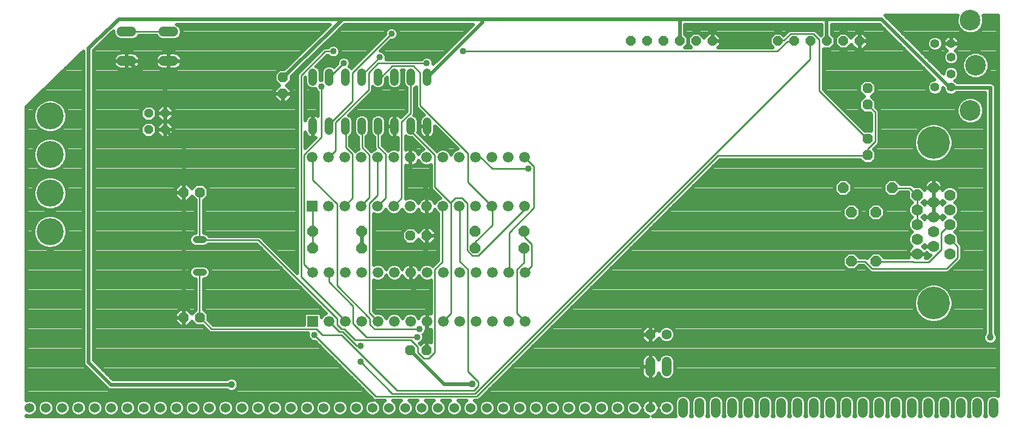
<source format=gtl>
G75*
%MOIN*%
%OFA0B0*%
%FSLAX25Y25*%
%IPPOS*%
%LPD*%
%AMOC8*
5,1,8,0,0,1.08239X$1,22.5*
%
%ADD10C,0.07000*%
%ADD11OC8,0.07000*%
%ADD12C,0.20000*%
%ADD13R,0.06600X0.06600*%
%ADD14C,0.06600*%
%ADD15C,0.05543*%
%ADD16C,0.12661*%
%ADD17OC8,0.06300*%
%ADD18C,0.06300*%
%ADD19C,0.04400*%
%ADD20C,0.05200*%
%ADD21OC8,0.05600*%
%ADD22OC8,0.06000*%
%ADD23C,0.06000*%
%ADD24OC8,0.06600*%
%ADD25C,0.06000*%
%ADD26C,0.02400*%
%ADD27C,0.04356*%
%ADD28C,0.01000*%
%ADD29C,0.04000*%
%ADD30C,0.16598*%
D10*
X0552476Y0106708D03*
X0562476Y0111208D03*
X0572476Y0115708D03*
X0562476Y0120208D03*
X0552476Y0124708D03*
X0562476Y0129208D03*
X0572476Y0133708D03*
X0562476Y0138208D03*
X0572476Y0142708D03*
X0562476Y0147208D03*
X0552476Y0133708D03*
X0572476Y0124708D03*
X0552476Y0115708D03*
X0572476Y0106708D03*
D11*
X0552476Y0142708D03*
D12*
X0562476Y0174877D03*
X0562476Y0076452D03*
D13*
X0182476Y0065350D03*
X0182279Y0135861D03*
D14*
X0192279Y0135861D03*
X0202279Y0135861D03*
X0212279Y0135861D03*
X0222279Y0135861D03*
X0232279Y0135861D03*
X0242279Y0135861D03*
X0252279Y0135861D03*
X0262279Y0135861D03*
X0272279Y0135861D03*
X0282279Y0135861D03*
X0292279Y0135861D03*
X0302279Y0135861D03*
X0312279Y0135861D03*
X0312279Y0165861D03*
X0302279Y0165861D03*
X0292279Y0165861D03*
X0282279Y0165861D03*
X0272279Y0165861D03*
X0262279Y0165861D03*
X0252279Y0165861D03*
X0242279Y0165861D03*
X0232279Y0165861D03*
X0222279Y0165861D03*
X0212279Y0165861D03*
X0202279Y0165861D03*
X0192279Y0165861D03*
X0182279Y0165861D03*
X0182476Y0095350D03*
X0192476Y0095350D03*
X0202476Y0095350D03*
X0212476Y0095350D03*
X0222476Y0095350D03*
X0232476Y0095350D03*
X0242476Y0095350D03*
X0252476Y0095350D03*
X0262476Y0095350D03*
X0272476Y0095350D03*
X0282476Y0095350D03*
X0292476Y0095350D03*
X0302476Y0095350D03*
X0312476Y0095350D03*
X0312476Y0065350D03*
X0302476Y0065350D03*
X0292476Y0065350D03*
X0282476Y0065350D03*
X0272476Y0065350D03*
X0262476Y0065350D03*
X0252476Y0065350D03*
X0242476Y0065350D03*
X0232476Y0065350D03*
X0222476Y0065350D03*
X0212476Y0065350D03*
X0202476Y0065350D03*
X0192476Y0065350D03*
D15*
X0563420Y0208814D03*
X0573263Y0208814D03*
X0573263Y0217082D03*
X0573263Y0227318D03*
X0573263Y0235586D03*
X0563420Y0235586D03*
D16*
X0585074Y0249838D03*
X0588224Y0222200D03*
X0585074Y0194523D03*
D17*
X0522200Y0198145D03*
X0522200Y0208145D03*
X0522200Y0177239D03*
X0522200Y0167239D03*
X0389129Y0057318D03*
X0252239Y0047515D03*
X0242239Y0047515D03*
X0113499Y0067751D03*
X0103499Y0067751D03*
X0242436Y0117909D03*
X0252436Y0117909D03*
X0113499Y0144444D03*
X0103499Y0144444D03*
X0164326Y0204917D03*
X0164326Y0214917D03*
D18*
X0399129Y0057318D03*
D19*
X0115581Y0095507D02*
X0111181Y0095507D01*
X0111181Y0115507D02*
X0115581Y0115507D01*
D20*
X0182633Y0182395D02*
X0182633Y0187595D01*
X0192633Y0187595D02*
X0192633Y0182395D01*
X0202633Y0182395D02*
X0202633Y0187595D01*
X0212633Y0187595D02*
X0212633Y0182395D01*
X0222633Y0182395D02*
X0222633Y0187595D01*
X0232633Y0187595D02*
X0232633Y0182395D01*
X0242633Y0182395D02*
X0242633Y0187595D01*
X0252633Y0187595D02*
X0252633Y0182395D01*
X0252633Y0212395D02*
X0252633Y0217595D01*
X0242633Y0217595D02*
X0242633Y0212395D01*
X0232633Y0212395D02*
X0232633Y0217595D01*
X0222633Y0217595D02*
X0222633Y0212395D01*
X0212633Y0212395D02*
X0212633Y0217595D01*
X0202633Y0217595D02*
X0202633Y0212395D01*
X0192633Y0212395D02*
X0192633Y0217595D01*
X0182633Y0217595D02*
X0182633Y0212395D01*
D21*
X0092200Y0192909D03*
X0082200Y0192909D03*
X0082200Y0182909D03*
X0092200Y0182909D03*
D22*
X0377200Y0237200D03*
X0387200Y0237200D03*
X0397200Y0237200D03*
X0407200Y0237200D03*
X0417200Y0237200D03*
X0427200Y0237200D03*
X0467200Y0237200D03*
X0477200Y0237200D03*
X0487200Y0237200D03*
X0497200Y0237200D03*
X0507200Y0237200D03*
X0517200Y0237200D03*
D23*
X0097370Y0242832D02*
X0091370Y0242832D01*
X0071770Y0242832D02*
X0065770Y0242832D01*
X0065770Y0225032D02*
X0071770Y0225032D01*
X0091370Y0225032D02*
X0097370Y0225032D01*
X0389129Y0040633D02*
X0389129Y0034633D01*
X0399129Y0034633D02*
X0399129Y0040633D01*
X0409208Y0015436D02*
X0409208Y0009436D01*
X0419208Y0009436D02*
X0419208Y0015436D01*
X0429208Y0015436D02*
X0429208Y0009436D01*
X0439208Y0009436D02*
X0439208Y0015436D01*
X0449208Y0015436D02*
X0449208Y0009436D01*
X0459208Y0009436D02*
X0459208Y0015436D01*
X0469208Y0015436D02*
X0469208Y0009436D01*
X0479208Y0009436D02*
X0479208Y0015436D01*
X0489208Y0015436D02*
X0489208Y0009436D01*
X0499208Y0009436D02*
X0499208Y0015436D01*
X0509208Y0015436D02*
X0509208Y0009436D01*
X0519208Y0009436D02*
X0519208Y0015436D01*
X0529208Y0015436D02*
X0529208Y0009436D01*
X0539208Y0009436D02*
X0539208Y0015436D01*
X0549208Y0015436D02*
X0549208Y0009436D01*
X0559208Y0009436D02*
X0559208Y0015436D01*
X0569208Y0015436D02*
X0569208Y0009436D01*
X0579208Y0009436D02*
X0579208Y0015436D01*
X0589208Y0015436D02*
X0589208Y0009436D01*
X0599208Y0009436D02*
X0599208Y0015436D01*
D24*
X0527200Y0102200D03*
X0512200Y0102200D03*
X0512200Y0132200D03*
X0527200Y0132200D03*
X0537200Y0147200D03*
X0507200Y0147200D03*
X0312082Y0120546D03*
X0312082Y0110428D03*
X0282082Y0110428D03*
X0282082Y0120546D03*
X0212672Y0120546D03*
X0212476Y0110428D03*
X0182476Y0110428D03*
X0182672Y0120546D03*
D25*
X0179208Y0012436D03*
X0189208Y0012436D03*
X0199208Y0012436D03*
X0209208Y0012436D03*
X0219208Y0012436D03*
X0229208Y0012436D03*
X0239208Y0012436D03*
X0249208Y0012436D03*
X0259208Y0012436D03*
X0269208Y0012436D03*
X0279208Y0012436D03*
X0289208Y0012436D03*
X0299208Y0012436D03*
X0309208Y0012436D03*
X0319208Y0012436D03*
X0329208Y0012436D03*
X0339208Y0012436D03*
X0349208Y0012436D03*
X0359208Y0012436D03*
X0369208Y0012436D03*
X0379208Y0012436D03*
X0389208Y0012436D03*
X0399208Y0012436D03*
X0169208Y0012436D03*
X0159208Y0012436D03*
X0149208Y0012436D03*
X0139208Y0012436D03*
X0129208Y0012436D03*
X0119208Y0012436D03*
X0109208Y0012436D03*
X0099208Y0012436D03*
X0089208Y0012436D03*
X0079208Y0012436D03*
X0069208Y0012436D03*
X0059208Y0012436D03*
X0049208Y0012436D03*
X0039208Y0012436D03*
X0029208Y0012436D03*
X0019208Y0012436D03*
X0009208Y0012436D03*
D26*
X0007400Y0007773D02*
X0007400Y0007400D01*
X0387880Y0007400D01*
X0387212Y0007617D01*
X0386482Y0007989D01*
X0385820Y0008470D01*
X0385242Y0009049D01*
X0384760Y0009711D01*
X0384389Y0010440D01*
X0384136Y0011219D01*
X0384130Y0011254D01*
X0383447Y0009604D01*
X0382040Y0008197D01*
X0380202Y0007436D01*
X0378213Y0007436D01*
X0376376Y0008197D01*
X0374969Y0009604D01*
X0374208Y0011442D01*
X0374208Y0013431D01*
X0374969Y0015268D01*
X0376376Y0016675D01*
X0378213Y0017436D01*
X0380202Y0017436D01*
X0382040Y0016675D01*
X0383447Y0015268D01*
X0384130Y0013618D01*
X0384136Y0013654D01*
X0384389Y0014432D01*
X0384760Y0015162D01*
X0385242Y0015824D01*
X0385820Y0016403D01*
X0386482Y0016884D01*
X0387212Y0017255D01*
X0387990Y0017508D01*
X0388799Y0017636D01*
X0389208Y0017636D01*
X0389208Y0012436D01*
X0389208Y0012436D01*
X0389208Y0017636D01*
X0389617Y0017636D01*
X0390426Y0017508D01*
X0391204Y0017255D01*
X0391933Y0016884D01*
X0392595Y0016403D01*
X0393174Y0015824D01*
X0393655Y0015162D01*
X0394027Y0014432D01*
X0394280Y0013654D01*
X0394285Y0013618D01*
X0394969Y0015268D01*
X0396376Y0016675D01*
X0398213Y0017436D01*
X0400202Y0017436D01*
X0402040Y0016675D01*
X0403447Y0015268D01*
X0404208Y0013431D01*
X0404208Y0011442D01*
X0403447Y0009604D01*
X0402040Y0008197D01*
X0400202Y0007436D01*
X0398213Y0007436D01*
X0396376Y0008197D01*
X0394969Y0009604D01*
X0394285Y0011254D01*
X0394280Y0011219D01*
X0394027Y0010440D01*
X0393655Y0009711D01*
X0393174Y0009049D01*
X0392595Y0008470D01*
X0391933Y0007989D01*
X0391204Y0007617D01*
X0390535Y0007400D01*
X0404639Y0007400D01*
X0404208Y0008442D01*
X0404208Y0016431D01*
X0404969Y0018268D01*
X0406376Y0019675D01*
X0408213Y0020436D01*
X0410202Y0020436D01*
X0412040Y0019675D01*
X0413447Y0018268D01*
X0414208Y0016431D01*
X0414208Y0008442D01*
X0414639Y0007400D01*
X0413776Y0007400D01*
X0414208Y0008442D01*
X0414208Y0016431D01*
X0414969Y0018268D01*
X0416376Y0019675D01*
X0418213Y0020436D01*
X0420202Y0020436D01*
X0422040Y0019675D01*
X0423447Y0018268D01*
X0424208Y0016431D01*
X0424208Y0008442D01*
X0424639Y0007400D01*
X0423776Y0007400D01*
X0424208Y0008442D01*
X0424208Y0016431D01*
X0424969Y0018268D01*
X0426376Y0019675D01*
X0428213Y0020436D01*
X0430202Y0020436D01*
X0432040Y0019675D01*
X0433447Y0018268D01*
X0434208Y0016431D01*
X0434208Y0008442D01*
X0434639Y0007400D01*
X0433776Y0007400D01*
X0434208Y0008442D01*
X0434208Y0016431D01*
X0434969Y0018268D01*
X0436376Y0019675D01*
X0438213Y0020436D01*
X0440202Y0020436D01*
X0442040Y0019675D01*
X0443447Y0018268D01*
X0444208Y0016431D01*
X0444208Y0008442D01*
X0444639Y0007400D01*
X0443776Y0007400D01*
X0444208Y0008442D01*
X0444208Y0016431D01*
X0444969Y0018268D01*
X0446376Y0019675D01*
X0448213Y0020436D01*
X0450202Y0020436D01*
X0452040Y0019675D01*
X0453447Y0018268D01*
X0454208Y0016431D01*
X0454208Y0008442D01*
X0454639Y0007400D01*
X0453776Y0007400D01*
X0454208Y0008442D01*
X0454208Y0016431D01*
X0454969Y0018268D01*
X0456376Y0019675D01*
X0458213Y0020436D01*
X0460202Y0020436D01*
X0462040Y0019675D01*
X0463447Y0018268D01*
X0464208Y0016431D01*
X0464208Y0008442D01*
X0464639Y0007400D01*
X0463776Y0007400D01*
X0464208Y0008442D01*
X0464208Y0016431D01*
X0464969Y0018268D01*
X0466376Y0019675D01*
X0468213Y0020436D01*
X0470202Y0020436D01*
X0472040Y0019675D01*
X0473447Y0018268D01*
X0474208Y0016431D01*
X0474208Y0008442D01*
X0474639Y0007400D01*
X0473776Y0007400D01*
X0474208Y0008442D01*
X0474208Y0016431D01*
X0474969Y0018268D01*
X0476376Y0019675D01*
X0478213Y0020436D01*
X0480202Y0020436D01*
X0482040Y0019675D01*
X0483447Y0018268D01*
X0484208Y0016431D01*
X0484208Y0008442D01*
X0484639Y0007400D01*
X0483776Y0007400D01*
X0484208Y0008442D01*
X0484208Y0016431D01*
X0484969Y0018268D01*
X0486376Y0019675D01*
X0488213Y0020436D01*
X0490202Y0020436D01*
X0492040Y0019675D01*
X0493447Y0018268D01*
X0494208Y0016431D01*
X0494208Y0008442D01*
X0494639Y0007400D01*
X0493776Y0007400D01*
X0494208Y0008442D01*
X0494208Y0016431D01*
X0494969Y0018268D01*
X0496376Y0019675D01*
X0498213Y0020436D01*
X0500202Y0020436D01*
X0502040Y0019675D01*
X0503447Y0018268D01*
X0504208Y0016431D01*
X0504208Y0008442D01*
X0504639Y0007400D01*
X0503776Y0007400D01*
X0504208Y0008442D01*
X0504208Y0016431D01*
X0504969Y0018268D01*
X0506376Y0019675D01*
X0508213Y0020436D01*
X0510202Y0020436D01*
X0512040Y0019675D01*
X0513447Y0018268D01*
X0514208Y0016431D01*
X0514208Y0008442D01*
X0514639Y0007400D01*
X0513776Y0007400D01*
X0514208Y0008442D01*
X0514208Y0016431D01*
X0514969Y0018268D01*
X0516376Y0019675D01*
X0518213Y0020436D01*
X0520202Y0020436D01*
X0522040Y0019675D01*
X0523447Y0018268D01*
X0524208Y0016431D01*
X0524208Y0008442D01*
X0524639Y0007400D01*
X0523776Y0007400D01*
X0524208Y0008442D01*
X0524208Y0016431D01*
X0524969Y0018268D01*
X0526376Y0019675D01*
X0528213Y0020436D01*
X0530202Y0020436D01*
X0532040Y0019675D01*
X0533447Y0018268D01*
X0534208Y0016431D01*
X0534208Y0008442D01*
X0534639Y0007400D01*
X0533776Y0007400D01*
X0534208Y0008442D01*
X0534208Y0016431D01*
X0534969Y0018268D01*
X0536376Y0019675D01*
X0538213Y0020436D01*
X0540202Y0020436D01*
X0542040Y0019675D01*
X0543447Y0018268D01*
X0544208Y0016431D01*
X0544208Y0008442D01*
X0544639Y0007400D01*
X0543776Y0007400D01*
X0544208Y0008442D01*
X0544208Y0016431D01*
X0544969Y0018268D01*
X0546376Y0019675D01*
X0548213Y0020436D01*
X0550202Y0020436D01*
X0552040Y0019675D01*
X0553447Y0018268D01*
X0554208Y0016431D01*
X0554208Y0008442D01*
X0554639Y0007400D01*
X0553776Y0007400D01*
X0554208Y0008442D01*
X0554208Y0016431D01*
X0554969Y0018268D01*
X0556376Y0019675D01*
X0558213Y0020436D01*
X0560202Y0020436D01*
X0562040Y0019675D01*
X0563447Y0018268D01*
X0564208Y0016431D01*
X0564208Y0008442D01*
X0564639Y0007400D01*
X0563776Y0007400D01*
X0564208Y0008442D01*
X0564208Y0016431D01*
X0564969Y0018268D01*
X0566376Y0019675D01*
X0568213Y0020436D01*
X0570202Y0020436D01*
X0572040Y0019675D01*
X0573447Y0018268D01*
X0574208Y0016431D01*
X0574208Y0008442D01*
X0574639Y0007400D01*
X0573776Y0007400D01*
X0574208Y0008442D01*
X0574208Y0016431D01*
X0574969Y0018268D01*
X0576376Y0019675D01*
X0578213Y0020436D01*
X0580202Y0020436D01*
X0582040Y0019675D01*
X0583447Y0018268D01*
X0584208Y0016431D01*
X0584208Y0008442D01*
X0584639Y0007400D01*
X0583776Y0007400D01*
X0584208Y0008442D01*
X0584208Y0016431D01*
X0584969Y0018268D01*
X0586376Y0019675D01*
X0588213Y0020436D01*
X0590202Y0020436D01*
X0592040Y0019675D01*
X0593447Y0018268D01*
X0594208Y0016431D01*
X0594208Y0008442D01*
X0594639Y0007400D01*
X0593776Y0007400D01*
X0594208Y0008442D01*
X0594208Y0016431D01*
X0594969Y0018268D01*
X0596376Y0019675D01*
X0598213Y0020436D01*
X0600202Y0020436D01*
X0602000Y0019692D01*
X0602000Y0252906D01*
X0592820Y0252906D01*
X0593405Y0251495D01*
X0593405Y0248181D01*
X0592136Y0245119D01*
X0589793Y0242775D01*
X0586731Y0241507D01*
X0583417Y0241507D01*
X0580355Y0242775D01*
X0578012Y0245119D01*
X0576743Y0248181D01*
X0576743Y0251495D01*
X0577328Y0252906D01*
X0532792Y0252906D01*
X0568491Y0217206D01*
X0568491Y0218031D01*
X0569218Y0219785D01*
X0570560Y0221127D01*
X0572314Y0221854D01*
X0574212Y0221854D01*
X0575966Y0221127D01*
X0577308Y0219785D01*
X0578035Y0218031D01*
X0578035Y0216133D01*
X0577308Y0214379D01*
X0575966Y0213037D01*
X0575752Y0212948D01*
X0575966Y0212859D01*
X0576929Y0211896D01*
X0597915Y0211896D01*
X0599091Y0211409D01*
X0599992Y0210509D01*
X0600479Y0209333D01*
X0600479Y0058255D01*
X0600821Y0057913D01*
X0601457Y0056377D01*
X0601457Y0054715D01*
X0600821Y0053180D01*
X0599645Y0052005D01*
X0598110Y0051369D01*
X0596448Y0051369D01*
X0594912Y0052005D01*
X0593737Y0053180D01*
X0593101Y0054715D01*
X0593101Y0056377D01*
X0593737Y0057913D01*
X0594079Y0058255D01*
X0594079Y0205496D01*
X0576693Y0205496D01*
X0575966Y0204769D01*
X0574212Y0204043D01*
X0572314Y0204043D01*
X0570560Y0204769D01*
X0569218Y0206111D01*
X0568491Y0207865D01*
X0568491Y0208155D01*
X0568192Y0208454D01*
X0568192Y0207865D01*
X0567466Y0206111D01*
X0566123Y0204769D01*
X0564370Y0204043D01*
X0562471Y0204043D01*
X0560718Y0204769D01*
X0559375Y0206111D01*
X0558649Y0207865D01*
X0558649Y0209763D01*
X0559375Y0211517D01*
X0560718Y0212859D01*
X0562471Y0213586D01*
X0563060Y0213586D01*
X0529221Y0247425D01*
X0500282Y0247425D01*
X0500282Y0241189D01*
X0502200Y0239271D01*
X0502200Y0235129D01*
X0505129Y0232200D01*
X0509271Y0232200D01*
X0512059Y0234988D01*
X0515046Y0232000D01*
X0517200Y0232000D01*
X0519354Y0232000D01*
X0522400Y0235046D01*
X0522400Y0237200D01*
X0522400Y0239354D01*
X0519354Y0242400D01*
X0517200Y0242400D01*
X0517200Y0237200D01*
X0517200Y0237200D01*
X0522400Y0237200D01*
X0517200Y0237200D01*
X0517200Y0237200D01*
X0517200Y0242400D01*
X0515046Y0242400D01*
X0512059Y0239412D01*
X0509271Y0242200D01*
X0505129Y0242200D01*
X0502200Y0239271D01*
X0502200Y0235129D01*
X0499271Y0232200D01*
X0495200Y0232200D01*
X0495200Y0207536D01*
X0520346Y0182389D01*
X0524333Y0182389D01*
X0524400Y0182323D01*
X0524400Y0192414D01*
X0523820Y0192995D01*
X0520067Y0192995D01*
X0517050Y0196012D01*
X0517050Y0200278D01*
X0519917Y0203145D01*
X0517050Y0206012D01*
X0517050Y0210278D01*
X0520067Y0213295D01*
X0524333Y0213295D01*
X0527350Y0210278D01*
X0527350Y0206012D01*
X0524483Y0203145D01*
X0527350Y0200278D01*
X0527350Y0196536D01*
X0529019Y0194866D01*
X0529400Y0193947D01*
X0529400Y0174953D01*
X0529019Y0174034D01*
X0528316Y0173331D01*
X0525854Y0170869D01*
X0527350Y0169373D01*
X0527350Y0165106D01*
X0524333Y0162089D01*
X0520067Y0162089D01*
X0517756Y0164400D01*
X0431636Y0164400D01*
X0285119Y0017884D01*
X0284416Y0017181D01*
X0283497Y0016800D01*
X0281738Y0016800D01*
X0282040Y0016675D01*
X0283447Y0015268D01*
X0284208Y0013431D01*
X0284208Y0011442D01*
X0284969Y0009604D01*
X0286376Y0008197D01*
X0288213Y0007436D01*
X0290202Y0007436D01*
X0292040Y0008197D01*
X0293447Y0009604D01*
X0294208Y0011442D01*
X0294969Y0009604D01*
X0296376Y0008197D01*
X0298213Y0007436D01*
X0300202Y0007436D01*
X0302040Y0008197D01*
X0303447Y0009604D01*
X0304208Y0011442D01*
X0304969Y0009604D01*
X0306376Y0008197D01*
X0308213Y0007436D01*
X0310202Y0007436D01*
X0312040Y0008197D01*
X0313447Y0009604D01*
X0314208Y0011442D01*
X0314969Y0009604D01*
X0316376Y0008197D01*
X0318213Y0007436D01*
X0320202Y0007436D01*
X0322040Y0008197D01*
X0323447Y0009604D01*
X0324208Y0011442D01*
X0324969Y0009604D01*
X0326376Y0008197D01*
X0328213Y0007436D01*
X0330202Y0007436D01*
X0332040Y0008197D01*
X0333447Y0009604D01*
X0334208Y0011442D01*
X0334969Y0009604D01*
X0336376Y0008197D01*
X0338213Y0007436D01*
X0340202Y0007436D01*
X0342040Y0008197D01*
X0343447Y0009604D01*
X0344208Y0011442D01*
X0344969Y0009604D01*
X0346376Y0008197D01*
X0348213Y0007436D01*
X0350202Y0007436D01*
X0352040Y0008197D01*
X0353447Y0009604D01*
X0354208Y0011442D01*
X0354969Y0009604D01*
X0356376Y0008197D01*
X0358213Y0007436D01*
X0360202Y0007436D01*
X0362040Y0008197D01*
X0363447Y0009604D01*
X0364208Y0011442D01*
X0364969Y0009604D01*
X0366376Y0008197D01*
X0368213Y0007436D01*
X0370202Y0007436D01*
X0372040Y0008197D01*
X0373447Y0009604D01*
X0374208Y0011442D01*
X0374208Y0013431D01*
X0373447Y0015268D01*
X0372040Y0016675D01*
X0370202Y0017436D01*
X0368213Y0017436D01*
X0366376Y0016675D01*
X0364969Y0015268D01*
X0364208Y0013431D01*
X0364208Y0011442D01*
X0364208Y0013431D01*
X0363447Y0015268D01*
X0362040Y0016675D01*
X0360202Y0017436D01*
X0358213Y0017436D01*
X0356376Y0016675D01*
X0354969Y0015268D01*
X0354208Y0013431D01*
X0354208Y0011442D01*
X0354208Y0013431D01*
X0353447Y0015268D01*
X0352040Y0016675D01*
X0350202Y0017436D01*
X0348213Y0017436D01*
X0346376Y0016675D01*
X0344969Y0015268D01*
X0344208Y0013431D01*
X0344208Y0011442D01*
X0344208Y0013431D01*
X0343447Y0015268D01*
X0342040Y0016675D01*
X0340202Y0017436D01*
X0338213Y0017436D01*
X0336376Y0016675D01*
X0334969Y0015268D01*
X0334208Y0013431D01*
X0334208Y0011442D01*
X0334208Y0013431D01*
X0333447Y0015268D01*
X0332040Y0016675D01*
X0330202Y0017436D01*
X0328213Y0017436D01*
X0326376Y0016675D01*
X0324969Y0015268D01*
X0324208Y0013431D01*
X0324208Y0011442D01*
X0324208Y0013431D01*
X0323447Y0015268D01*
X0322040Y0016675D01*
X0320202Y0017436D01*
X0318213Y0017436D01*
X0316376Y0016675D01*
X0314969Y0015268D01*
X0314208Y0013431D01*
X0314208Y0011442D01*
X0314208Y0013431D01*
X0313447Y0015268D01*
X0312040Y0016675D01*
X0310202Y0017436D01*
X0308213Y0017436D01*
X0306376Y0016675D01*
X0304969Y0015268D01*
X0304208Y0013431D01*
X0304208Y0011442D01*
X0304208Y0013431D01*
X0303447Y0015268D01*
X0302040Y0016675D01*
X0300202Y0017436D01*
X0298213Y0017436D01*
X0296376Y0016675D01*
X0294969Y0015268D01*
X0294208Y0013431D01*
X0294208Y0011442D01*
X0294208Y0013431D01*
X0293447Y0015268D01*
X0292040Y0016675D01*
X0290202Y0017436D01*
X0288213Y0017436D01*
X0286376Y0016675D01*
X0284969Y0015268D01*
X0284208Y0013431D01*
X0284208Y0011442D01*
X0283447Y0009604D01*
X0282040Y0008197D01*
X0280202Y0007436D01*
X0278213Y0007436D01*
X0276376Y0008197D01*
X0274969Y0009604D01*
X0274208Y0011442D01*
X0274208Y0013431D01*
X0274969Y0015268D01*
X0276376Y0016675D01*
X0276677Y0016800D01*
X0271738Y0016800D01*
X0272040Y0016675D01*
X0273447Y0015268D01*
X0274208Y0013431D01*
X0274208Y0011442D01*
X0273447Y0009604D01*
X0272040Y0008197D01*
X0270202Y0007436D01*
X0268213Y0007436D01*
X0266376Y0008197D01*
X0264969Y0009604D01*
X0264208Y0011442D01*
X0264208Y0013431D01*
X0264969Y0015268D01*
X0266376Y0016675D01*
X0266677Y0016800D01*
X0261738Y0016800D01*
X0262040Y0016675D01*
X0263447Y0015268D01*
X0264208Y0013431D01*
X0264208Y0011442D01*
X0263447Y0009604D01*
X0262040Y0008197D01*
X0260202Y0007436D01*
X0258213Y0007436D01*
X0256376Y0008197D01*
X0254969Y0009604D01*
X0254208Y0011442D01*
X0254208Y0013431D01*
X0254969Y0015268D01*
X0256376Y0016675D01*
X0256677Y0016800D01*
X0251738Y0016800D01*
X0252040Y0016675D01*
X0253447Y0015268D01*
X0254208Y0013431D01*
X0254208Y0011442D01*
X0253447Y0009604D01*
X0252040Y0008197D01*
X0250202Y0007436D01*
X0248213Y0007436D01*
X0246376Y0008197D01*
X0244969Y0009604D01*
X0244208Y0011442D01*
X0244208Y0013431D01*
X0244969Y0015268D01*
X0246376Y0016675D01*
X0246677Y0016800D01*
X0241738Y0016800D01*
X0242040Y0016675D01*
X0243447Y0015268D01*
X0244208Y0013431D01*
X0244208Y0011442D01*
X0243447Y0009604D01*
X0242040Y0008197D01*
X0240202Y0007436D01*
X0238213Y0007436D01*
X0236376Y0008197D01*
X0234969Y0009604D01*
X0234208Y0011442D01*
X0234208Y0013431D01*
X0234969Y0015268D01*
X0236376Y0016675D01*
X0236677Y0016800D01*
X0231738Y0016800D01*
X0232040Y0016675D01*
X0233447Y0015268D01*
X0234208Y0013431D01*
X0234208Y0011442D01*
X0233447Y0009604D01*
X0232040Y0008197D01*
X0230202Y0007436D01*
X0228213Y0007436D01*
X0226376Y0008197D01*
X0224969Y0009604D01*
X0224208Y0011442D01*
X0224208Y0013431D01*
X0224969Y0015268D01*
X0226376Y0016675D01*
X0226677Y0016800D01*
X0221738Y0016800D01*
X0222040Y0016675D01*
X0223447Y0015268D01*
X0224208Y0013431D01*
X0224208Y0011442D01*
X0223447Y0009604D01*
X0222040Y0008197D01*
X0220202Y0007436D01*
X0218213Y0007436D01*
X0216376Y0008197D01*
X0214969Y0009604D01*
X0214208Y0011442D01*
X0214208Y0013431D01*
X0214969Y0015268D01*
X0216376Y0016675D01*
X0218213Y0017436D01*
X0219678Y0017436D01*
X0184014Y0053100D01*
X0182754Y0053100D01*
X0181284Y0053709D01*
X0180159Y0054834D01*
X0179550Y0056304D01*
X0179550Y0057896D01*
X0179676Y0058200D01*
X0120053Y0058200D01*
X0119134Y0058581D01*
X0115113Y0062601D01*
X0111366Y0062601D01*
X0108641Y0065327D01*
X0105715Y0062401D01*
X0103499Y0062401D01*
X0103499Y0067751D01*
X0098149Y0067751D01*
X0098149Y0065535D01*
X0101283Y0062401D01*
X0103499Y0062401D01*
X0103499Y0067751D01*
X0103499Y0067751D01*
X0103499Y0067751D01*
X0098149Y0067751D01*
X0098149Y0069967D01*
X0101283Y0073101D01*
X0103499Y0073101D01*
X0103499Y0067751D01*
X0103499Y0144444D01*
X0098149Y0144444D01*
X0098149Y0142228D01*
X0101283Y0139094D01*
X0103499Y0139094D01*
X0103499Y0144444D01*
X0103499Y0144444D01*
X0103499Y0144444D01*
X0098149Y0144444D01*
X0098149Y0146660D01*
X0101283Y0149794D01*
X0103499Y0149794D01*
X0103499Y0144444D01*
X0103499Y0171609D01*
X0092200Y0182909D01*
X0092200Y0187909D01*
X0094271Y0187909D01*
X0097200Y0190838D01*
X0097200Y0192909D01*
X0097200Y0194980D01*
X0094271Y0197909D01*
X0092200Y0197909D01*
X0090129Y0197909D01*
X0087200Y0194980D01*
X0087200Y0192909D01*
X0092200Y0192909D01*
X0092200Y0197909D01*
X0092200Y0192909D01*
X0092200Y0192909D01*
X0092200Y0192909D01*
X0097200Y0192909D01*
X0092200Y0192909D01*
X0092200Y0192909D01*
X0092200Y0207508D01*
X0068770Y0225032D01*
X0068770Y0225032D01*
X0068770Y0219832D01*
X0065361Y0219832D01*
X0064552Y0219960D01*
X0063774Y0220213D01*
X0063045Y0220585D01*
X0062383Y0221066D01*
X0061804Y0221645D01*
X0061323Y0222307D01*
X0060951Y0223036D01*
X0060698Y0223815D01*
X0060570Y0224623D01*
X0060570Y0225032D01*
X0068770Y0225032D01*
X0068770Y0219832D01*
X0072179Y0219832D01*
X0072988Y0219960D01*
X0073766Y0220213D01*
X0074495Y0220585D01*
X0075158Y0221066D01*
X0075736Y0221645D01*
X0076218Y0222307D01*
X0076589Y0223036D01*
X0076842Y0223815D01*
X0076970Y0224623D01*
X0076970Y0225032D01*
X0068770Y0225032D01*
X0068770Y0225032D01*
X0068770Y0225032D01*
X0060570Y0225032D01*
X0060570Y0225442D01*
X0060698Y0226250D01*
X0060951Y0227028D01*
X0061323Y0227758D01*
X0061804Y0228420D01*
X0062383Y0228999D01*
X0063045Y0229480D01*
X0063774Y0229851D01*
X0064552Y0230104D01*
X0065361Y0230232D01*
X0068770Y0230232D01*
X0068770Y0225032D01*
X0076970Y0225032D01*
X0076970Y0225442D01*
X0076842Y0226250D01*
X0076589Y0227028D01*
X0076218Y0227758D01*
X0075736Y0228420D01*
X0075158Y0228999D01*
X0074495Y0229480D01*
X0073766Y0229851D01*
X0072988Y0230104D01*
X0072179Y0230232D01*
X0068770Y0230232D01*
X0068770Y0225032D01*
X0068770Y0225032D01*
X0068770Y0225262D02*
X0068770Y0225262D01*
X0068770Y0227660D02*
X0068770Y0227660D01*
X0068770Y0230059D02*
X0068770Y0230059D01*
X0064412Y0230059D02*
X0048510Y0230059D01*
X0048510Y0231542D02*
X0060770Y0243280D01*
X0060770Y0241838D01*
X0061531Y0240000D01*
X0062938Y0238593D01*
X0064776Y0237832D01*
X0072765Y0237832D01*
X0074602Y0238593D01*
X0076009Y0240000D01*
X0076195Y0240450D01*
X0086945Y0240450D01*
X0087131Y0240000D01*
X0088538Y0238593D01*
X0090376Y0237832D01*
X0098365Y0237832D01*
X0100202Y0238593D01*
X0101609Y0240000D01*
X0102370Y0241838D01*
X0102370Y0243827D01*
X0101609Y0245665D01*
X0100202Y0247071D01*
X0099347Y0247425D01*
X0192976Y0247425D01*
X0165014Y0220067D01*
X0162193Y0220067D01*
X0159176Y0217050D01*
X0159176Y0212783D01*
X0161901Y0210058D01*
X0158976Y0207133D01*
X0158976Y0204917D01*
X0164326Y0204917D01*
X0169676Y0204917D01*
X0169676Y0207133D01*
X0166751Y0210058D01*
X0169476Y0212783D01*
X0169476Y0215478D01*
X0202127Y0247425D01*
X0280538Y0247425D01*
X0256400Y0223288D01*
X0256400Y0224396D01*
X0255791Y0225866D01*
X0254666Y0226991D01*
X0253196Y0227600D01*
X0251604Y0227600D01*
X0250134Y0226991D01*
X0249243Y0226100D01*
X0227474Y0226100D01*
X0227600Y0226404D01*
X0227600Y0227996D01*
X0226991Y0229466D01*
X0225866Y0230591D01*
X0224396Y0231200D01*
X0223936Y0231200D01*
X0230336Y0237600D01*
X0231596Y0237600D01*
X0233066Y0238209D01*
X0234191Y0239334D01*
X0234800Y0240804D01*
X0234800Y0242396D01*
X0234191Y0243866D01*
X0233066Y0244991D01*
X0231596Y0245600D01*
X0230004Y0245600D01*
X0228534Y0244991D01*
X0227409Y0243866D01*
X0226800Y0242396D01*
X0226800Y0241136D01*
X0206199Y0220535D01*
X0205239Y0221495D01*
X0205041Y0221577D01*
X0205550Y0222804D01*
X0205550Y0224396D01*
X0204941Y0225866D01*
X0203816Y0226991D01*
X0202346Y0227600D01*
X0200754Y0227600D01*
X0199284Y0226991D01*
X0198159Y0225866D01*
X0197550Y0224396D01*
X0197550Y0223136D01*
X0195574Y0221160D01*
X0195239Y0221495D01*
X0193548Y0222195D01*
X0191718Y0222195D01*
X0190027Y0221495D01*
X0188733Y0220201D01*
X0188033Y0218510D01*
X0188033Y0213200D01*
X0187254Y0213200D01*
X0187233Y0213191D01*
X0187233Y0218510D01*
X0186533Y0220201D01*
X0185239Y0221495D01*
X0184738Y0221702D01*
X0191336Y0228300D01*
X0192093Y0228300D01*
X0192984Y0227409D01*
X0194454Y0226800D01*
X0196046Y0226800D01*
X0197516Y0227409D01*
X0198641Y0228534D01*
X0199250Y0230004D01*
X0199250Y0231596D01*
X0198641Y0233066D01*
X0197516Y0234191D01*
X0196046Y0234800D01*
X0194454Y0234800D01*
X0192984Y0234191D01*
X0192093Y0233300D01*
X0189803Y0233300D01*
X0188884Y0232919D01*
X0174034Y0218069D01*
X0173331Y0217366D01*
X0172950Y0216447D01*
X0172950Y0095086D01*
X0151469Y0116566D01*
X0150766Y0117269D01*
X0149847Y0117650D01*
X0119240Y0117650D01*
X0119142Y0117886D01*
X0117960Y0119068D01*
X0116417Y0119707D01*
X0115850Y0119707D01*
X0115850Y0139512D01*
X0118649Y0142311D01*
X0118649Y0146577D01*
X0115632Y0149594D01*
X0111366Y0149594D01*
X0108641Y0146869D01*
X0105715Y0149794D01*
X0103499Y0149794D01*
X0103499Y0144444D01*
X0103499Y0139094D01*
X0105715Y0139094D01*
X0108641Y0142019D01*
X0110850Y0139810D01*
X0110850Y0119707D01*
X0110346Y0119707D01*
X0108802Y0119068D01*
X0107621Y0117886D01*
X0106981Y0116343D01*
X0106981Y0114672D01*
X0107621Y0113128D01*
X0108802Y0111946D01*
X0110346Y0111307D01*
X0116417Y0111307D01*
X0117960Y0111946D01*
X0118664Y0112650D01*
X0148314Y0112650D01*
X0190639Y0070326D01*
X0189473Y0069843D01*
X0187982Y0068352D01*
X0187776Y0067852D01*
X0187776Y0069478D01*
X0186604Y0070650D01*
X0178347Y0070650D01*
X0177176Y0069478D01*
X0177176Y0063200D01*
X0121586Y0063200D01*
X0118649Y0066136D01*
X0118649Y0069884D01*
X0115850Y0072684D01*
X0115850Y0091307D01*
X0116417Y0091307D01*
X0117960Y0091946D01*
X0119142Y0093128D01*
X0119781Y0094672D01*
X0119781Y0096343D01*
X0119142Y0097886D01*
X0117960Y0099068D01*
X0116417Y0099707D01*
X0110346Y0099707D01*
X0108802Y0099068D01*
X0107621Y0097886D01*
X0106981Y0096343D01*
X0106981Y0094672D01*
X0107621Y0093128D01*
X0108802Y0091946D01*
X0110346Y0091307D01*
X0110850Y0091307D01*
X0110850Y0072385D01*
X0108641Y0070176D01*
X0105715Y0073101D01*
X0103499Y0073101D01*
X0103499Y0067751D01*
X0103499Y0067751D01*
X0103499Y0066960D02*
X0103499Y0066960D01*
X0103499Y0069358D02*
X0103499Y0069358D01*
X0103499Y0071757D02*
X0103499Y0071757D01*
X0099939Y0071757D02*
X0048510Y0071757D01*
X0048510Y0074155D02*
X0110850Y0074155D01*
X0110850Y0076554D02*
X0048510Y0076554D01*
X0048510Y0078952D02*
X0110850Y0078952D01*
X0110850Y0081351D02*
X0048510Y0081351D01*
X0048510Y0083749D02*
X0110850Y0083749D01*
X0110850Y0086148D02*
X0048510Y0086148D01*
X0048510Y0088546D02*
X0110850Y0088546D01*
X0110850Y0090945D02*
X0048510Y0090945D01*
X0048510Y0093343D02*
X0107531Y0093343D01*
X0106981Y0095742D02*
X0048510Y0095742D01*
X0048510Y0098140D02*
X0107875Y0098140D01*
X0118887Y0098140D02*
X0162824Y0098140D01*
X0165223Y0095742D02*
X0119781Y0095742D01*
X0119231Y0093343D02*
X0167621Y0093343D01*
X0170020Y0090945D02*
X0115850Y0090945D01*
X0115850Y0088546D02*
X0172418Y0088546D01*
X0174817Y0086148D02*
X0115850Y0086148D01*
X0115850Y0083749D02*
X0177215Y0083749D01*
X0179614Y0081351D02*
X0115850Y0081351D01*
X0115850Y0078952D02*
X0182012Y0078952D01*
X0184411Y0076554D02*
X0115850Y0076554D01*
X0115850Y0074155D02*
X0186809Y0074155D01*
X0189208Y0071757D02*
X0116777Y0071757D01*
X0118649Y0069358D02*
X0177176Y0069358D01*
X0177176Y0066960D02*
X0118649Y0066960D01*
X0120224Y0064561D02*
X0177176Y0064561D01*
X0179550Y0057366D02*
X0048510Y0057366D01*
X0048510Y0059764D02*
X0117950Y0059764D01*
X0115552Y0062163D02*
X0048510Y0062163D01*
X0048510Y0064561D02*
X0099123Y0064561D01*
X0098149Y0066960D02*
X0048510Y0066960D01*
X0048510Y0069358D02*
X0098149Y0069358D01*
X0107060Y0071757D02*
X0110222Y0071757D01*
X0109406Y0064561D02*
X0107875Y0064561D01*
X0103499Y0064561D02*
X0103499Y0064561D01*
X0060218Y0029809D02*
X0048510Y0041518D01*
X0048510Y0231542D01*
X0049466Y0232457D02*
X0177678Y0232457D01*
X0180129Y0234856D02*
X0051971Y0234856D01*
X0054476Y0237254D02*
X0182580Y0237254D01*
X0185032Y0239653D02*
X0101261Y0239653D01*
X0102370Y0242051D02*
X0187483Y0242051D01*
X0189935Y0244450D02*
X0102112Y0244450D01*
X0100425Y0246848D02*
X0192386Y0246848D01*
X0199086Y0244450D02*
X0227993Y0244450D01*
X0226800Y0242051D02*
X0196635Y0242051D01*
X0194183Y0239653D02*
X0225317Y0239653D01*
X0222919Y0237254D02*
X0191732Y0237254D01*
X0189280Y0234856D02*
X0220520Y0234856D01*
X0218122Y0232457D02*
X0198893Y0232457D01*
X0199250Y0230059D02*
X0215723Y0230059D01*
X0213325Y0227660D02*
X0197767Y0227660D01*
X0197909Y0225262D02*
X0188297Y0225262D01*
X0190696Y0227660D02*
X0192733Y0227660D01*
X0186023Y0230059D02*
X0184378Y0230059D01*
X0183625Y0227660D02*
X0181926Y0227660D01*
X0181226Y0225262D02*
X0179475Y0225262D01*
X0178828Y0222863D02*
X0177023Y0222863D01*
X0176429Y0220465D02*
X0174572Y0220465D01*
X0174030Y0218066D02*
X0172121Y0218066D01*
X0172950Y0215668D02*
X0169669Y0215668D01*
X0169476Y0213269D02*
X0172950Y0213269D01*
X0172950Y0210870D02*
X0167563Y0210870D01*
X0168337Y0208472D02*
X0172950Y0208472D01*
X0172950Y0206073D02*
X0169676Y0206073D01*
X0169676Y0204916D02*
X0164326Y0204916D01*
X0164326Y0199567D01*
X0166542Y0199567D01*
X0169676Y0202700D01*
X0169676Y0204916D01*
X0169676Y0203675D02*
X0172950Y0203675D01*
X0172950Y0201276D02*
X0168252Y0201276D01*
X0164326Y0201276D02*
X0164326Y0201276D01*
X0164326Y0199567D02*
X0164326Y0204916D01*
X0164326Y0204916D01*
X0164326Y0204917D01*
X0164326Y0204916D01*
X0158976Y0204916D01*
X0158976Y0202700D01*
X0162110Y0199567D01*
X0164326Y0199567D01*
X0160400Y0201276D02*
X0048510Y0201276D01*
X0048510Y0198878D02*
X0172950Y0198878D01*
X0172950Y0196479D02*
X0095700Y0196479D01*
X0097200Y0194081D02*
X0172950Y0194081D01*
X0172950Y0191682D02*
X0097200Y0191682D01*
X0095646Y0189284D02*
X0172950Y0189284D01*
X0172950Y0186885D02*
X0095294Y0186885D01*
X0094271Y0187909D02*
X0097200Y0184980D01*
X0097200Y0182909D01*
X0092200Y0182909D01*
X0092200Y0182909D01*
X0092200Y0187909D01*
X0092200Y0192909D01*
X0092200Y0182909D01*
X0092200Y0182909D01*
X0087200Y0182909D01*
X0087200Y0184980D01*
X0090129Y0187909D01*
X0087200Y0190838D01*
X0087200Y0192909D01*
X0092200Y0192909D01*
X0092200Y0192909D01*
X0092200Y0187909D01*
X0090129Y0187909D01*
X0092200Y0187909D01*
X0094271Y0187909D01*
X0092200Y0186885D02*
X0092200Y0186885D01*
X0092200Y0184487D02*
X0092200Y0184487D01*
X0092200Y0182909D02*
X0092200Y0182909D01*
X0087200Y0182909D01*
X0087200Y0180838D01*
X0090129Y0177909D01*
X0092200Y0177909D01*
X0094271Y0177909D01*
X0097200Y0180838D01*
X0097200Y0182909D01*
X0092200Y0182909D01*
X0092200Y0177909D01*
X0092200Y0182909D01*
X0092200Y0182909D01*
X0092200Y0182088D02*
X0092200Y0182088D01*
X0092200Y0179690D02*
X0092200Y0179690D01*
X0096052Y0179690D02*
X0172950Y0179690D01*
X0172950Y0182088D02*
X0097200Y0182088D01*
X0097200Y0184487D02*
X0172950Y0184487D01*
X0177950Y0181279D02*
X0177950Y0171586D01*
X0184232Y0177868D01*
X0183757Y0177713D01*
X0183011Y0177595D01*
X0182633Y0177595D01*
X0182633Y0184995D01*
X0182633Y0184995D01*
X0182633Y0177595D01*
X0182255Y0177595D01*
X0181509Y0177713D01*
X0180791Y0177947D01*
X0180117Y0178290D01*
X0179506Y0178734D01*
X0178972Y0179268D01*
X0178528Y0179880D01*
X0178185Y0180553D01*
X0177951Y0181271D01*
X0177950Y0181279D01*
X0177950Y0179690D02*
X0178666Y0179690D01*
X0177950Y0177291D02*
X0183656Y0177291D01*
X0182633Y0179690D02*
X0182633Y0179690D01*
X0182633Y0182088D02*
X0182633Y0182088D01*
X0182633Y0184487D02*
X0182633Y0184487D01*
X0182633Y0184995D02*
X0182633Y0192395D01*
X0182255Y0192395D01*
X0181509Y0192277D01*
X0180791Y0192044D01*
X0180117Y0191701D01*
X0179506Y0191256D01*
X0178972Y0190722D01*
X0178528Y0190111D01*
X0178185Y0189438D01*
X0177951Y0188719D01*
X0177950Y0188711D01*
X0177950Y0214914D01*
X0178033Y0214998D01*
X0178033Y0211480D01*
X0178733Y0209790D01*
X0180027Y0208496D01*
X0181718Y0207795D01*
X0183548Y0207795D01*
X0184192Y0208062D01*
X0184659Y0206934D01*
X0185550Y0206043D01*
X0185550Y0191409D01*
X0185149Y0191701D01*
X0184476Y0192044D01*
X0183757Y0192277D01*
X0183011Y0192395D01*
X0182633Y0192395D01*
X0182633Y0184995D01*
X0182633Y0184995D01*
X0182633Y0186885D02*
X0182633Y0186885D01*
X0182633Y0189284D02*
X0182633Y0189284D01*
X0182633Y0191682D02*
X0182633Y0191682D01*
X0180092Y0191682D02*
X0177950Y0191682D01*
X0177950Y0189284D02*
X0178135Y0189284D01*
X0185174Y0191682D02*
X0185550Y0191682D01*
X0185550Y0194081D02*
X0177950Y0194081D01*
X0177950Y0196479D02*
X0185550Y0196479D01*
X0185550Y0198878D02*
X0177950Y0198878D01*
X0177950Y0201276D02*
X0185550Y0201276D01*
X0185550Y0203675D02*
X0177950Y0203675D01*
X0177950Y0206073D02*
X0185520Y0206073D01*
X0180084Y0208472D02*
X0177950Y0208472D01*
X0177950Y0210870D02*
X0178286Y0210870D01*
X0178033Y0213269D02*
X0177950Y0213269D01*
X0187233Y0213269D02*
X0188033Y0213269D01*
X0188033Y0215668D02*
X0187233Y0215668D01*
X0187233Y0218066D02*
X0188033Y0218066D01*
X0188997Y0220465D02*
X0186269Y0220465D01*
X0185899Y0222863D02*
X0197278Y0222863D01*
X0205191Y0225262D02*
X0210926Y0225262D01*
X0208528Y0222863D02*
X0205550Y0222863D01*
X0226398Y0230059D02*
X0263171Y0230059D01*
X0265569Y0232457D02*
X0225193Y0232457D01*
X0227591Y0234856D02*
X0267968Y0234856D01*
X0270366Y0237254D02*
X0229990Y0237254D01*
X0234323Y0239653D02*
X0272765Y0239653D01*
X0275163Y0242051D02*
X0234800Y0242051D01*
X0233607Y0244450D02*
X0277562Y0244450D01*
X0279960Y0246848D02*
X0201537Y0246848D01*
X0200822Y0250625D02*
X0063814Y0250625D01*
X0045310Y0232909D01*
X0045310Y0040192D01*
X0058893Y0026609D01*
X0132909Y0026609D01*
X0135994Y0023787D02*
X0213328Y0023787D01*
X0210929Y0026185D02*
X0137087Y0026185D01*
X0137087Y0025778D02*
X0137087Y0027440D01*
X0136451Y0028976D01*
X0135275Y0030151D01*
X0133740Y0030787D01*
X0132078Y0030787D01*
X0130542Y0030151D01*
X0130200Y0029809D01*
X0060218Y0029809D01*
X0059046Y0030982D02*
X0206132Y0030982D01*
X0203734Y0033381D02*
X0056647Y0033381D01*
X0054249Y0035779D02*
X0201335Y0035779D01*
X0198937Y0038178D02*
X0051850Y0038178D01*
X0049452Y0040576D02*
X0196538Y0040576D01*
X0194140Y0042975D02*
X0048510Y0042975D01*
X0048510Y0045373D02*
X0191741Y0045373D01*
X0189343Y0047772D02*
X0048510Y0047772D01*
X0048510Y0050170D02*
X0186944Y0050170D01*
X0184546Y0052569D02*
X0048510Y0052569D01*
X0048510Y0054967D02*
X0180104Y0054967D01*
X0187776Y0069358D02*
X0188989Y0069358D01*
X0219800Y0071636D02*
X0219800Y0090721D01*
X0221421Y0090050D01*
X0223530Y0090050D01*
X0225478Y0090856D01*
X0226969Y0092347D01*
X0227476Y0093571D01*
X0227982Y0092347D01*
X0229473Y0090856D01*
X0231421Y0090050D01*
X0233530Y0090050D01*
X0235478Y0090856D01*
X0236969Y0092347D01*
X0237361Y0093294D01*
X0237379Y0093238D01*
X0237772Y0092467D01*
X0238280Y0091767D01*
X0238893Y0091154D01*
X0239593Y0090646D01*
X0240364Y0090253D01*
X0241188Y0089985D01*
X0242043Y0089850D01*
X0242476Y0089850D01*
X0242908Y0089850D01*
X0243764Y0089985D01*
X0244587Y0090253D01*
X0245358Y0090646D01*
X0246059Y0091154D01*
X0246671Y0091767D01*
X0247180Y0092467D01*
X0247573Y0093238D01*
X0247591Y0093294D01*
X0247982Y0092347D01*
X0249473Y0090856D01*
X0251421Y0090050D01*
X0253530Y0090050D01*
X0254850Y0090596D01*
X0254850Y0070313D01*
X0254587Y0070447D01*
X0253764Y0070714D01*
X0252908Y0070850D01*
X0252476Y0070850D01*
X0252476Y0065350D01*
X0252476Y0065350D01*
X0252476Y0070850D01*
X0252043Y0070850D01*
X0251188Y0070714D01*
X0250364Y0070447D01*
X0249593Y0070054D01*
X0248893Y0069545D01*
X0248280Y0068933D01*
X0247772Y0068232D01*
X0247379Y0067461D01*
X0247361Y0067406D01*
X0246969Y0068352D01*
X0245478Y0069843D01*
X0243530Y0070650D01*
X0241421Y0070650D01*
X0239473Y0069843D01*
X0237982Y0068352D01*
X0237476Y0067128D01*
X0236969Y0068352D01*
X0235478Y0069843D01*
X0233530Y0070650D01*
X0231421Y0070650D01*
X0229473Y0069843D01*
X0227982Y0068352D01*
X0227476Y0067128D01*
X0226969Y0068352D01*
X0225478Y0069843D01*
X0223530Y0070650D01*
X0221421Y0070650D01*
X0220972Y0070463D01*
X0219800Y0071636D01*
X0219800Y0071757D02*
X0254850Y0071757D01*
X0254850Y0074155D02*
X0219800Y0074155D01*
X0219800Y0076554D02*
X0254850Y0076554D01*
X0252476Y0076531D02*
X0242554Y0086452D01*
X0242554Y0095271D01*
X0242476Y0095350D01*
X0242476Y0095350D01*
X0242476Y0100850D01*
X0242908Y0100850D01*
X0243764Y0100714D01*
X0244587Y0100447D01*
X0245358Y0100054D01*
X0246059Y0099545D01*
X0246671Y0098933D01*
X0247180Y0098232D01*
X0247573Y0097461D01*
X0247591Y0097406D01*
X0247982Y0098352D01*
X0249473Y0099843D01*
X0251421Y0100650D01*
X0253530Y0100650D01*
X0255478Y0099843D01*
X0255992Y0099328D01*
X0259350Y0102686D01*
X0259350Y0131338D01*
X0259277Y0131368D01*
X0257786Y0132859D01*
X0257394Y0133805D01*
X0257376Y0133750D01*
X0256983Y0132979D01*
X0256474Y0132278D01*
X0255862Y0131666D01*
X0255161Y0131157D01*
X0254390Y0130764D01*
X0253567Y0130497D01*
X0252712Y0130361D01*
X0252279Y0130361D01*
X0252279Y0135861D01*
X0252279Y0135861D01*
X0252279Y0130361D01*
X0251846Y0130361D01*
X0250991Y0130497D01*
X0250167Y0130764D01*
X0249396Y0131157D01*
X0248696Y0131666D01*
X0248084Y0132278D01*
X0247575Y0132979D01*
X0247182Y0133750D01*
X0247164Y0133805D01*
X0246772Y0132859D01*
X0245281Y0131368D01*
X0243333Y0130561D01*
X0241224Y0130561D01*
X0239277Y0131368D01*
X0237786Y0132859D01*
X0237279Y0134083D01*
X0236772Y0132859D01*
X0235281Y0131368D01*
X0233333Y0130561D01*
X0231224Y0130561D01*
X0229277Y0131368D01*
X0227786Y0132859D01*
X0227279Y0134083D01*
X0226772Y0132859D01*
X0225281Y0131368D01*
X0223333Y0130561D01*
X0221224Y0130561D01*
X0219800Y0131151D01*
X0219800Y0099978D01*
X0221421Y0100650D01*
X0223530Y0100650D01*
X0225478Y0099843D01*
X0226969Y0098352D01*
X0227476Y0097128D01*
X0227982Y0098352D01*
X0229473Y0099843D01*
X0231421Y0100650D01*
X0233530Y0100650D01*
X0235478Y0099843D01*
X0236969Y0098352D01*
X0237361Y0097406D01*
X0237379Y0097461D01*
X0237772Y0098232D01*
X0238280Y0098933D01*
X0238893Y0099545D01*
X0239593Y0100054D01*
X0240364Y0100447D01*
X0241188Y0100714D01*
X0242043Y0100850D01*
X0242476Y0100850D01*
X0242476Y0095350D01*
X0242476Y0099759D01*
X0252397Y0109680D01*
X0252397Y0117869D01*
X0252436Y0117909D01*
X0252436Y0123259D01*
X0250220Y0123259D01*
X0247295Y0120333D01*
X0244569Y0123059D01*
X0240303Y0123059D01*
X0237286Y0120042D01*
X0237286Y0115775D01*
X0240303Y0112759D01*
X0244569Y0112759D01*
X0247295Y0115484D01*
X0250220Y0112559D01*
X0252436Y0112559D01*
X0252436Y0117909D01*
X0252436Y0117909D01*
X0252436Y0123259D01*
X0254652Y0123259D01*
X0257786Y0120125D01*
X0257786Y0117909D01*
X0252436Y0117909D01*
X0252436Y0135704D01*
X0252279Y0135861D01*
X0252279Y0146609D01*
X0242161Y0156728D01*
X0242161Y0165743D01*
X0242279Y0165861D01*
X0242279Y0160361D01*
X0242712Y0160361D01*
X0243567Y0160497D01*
X0244390Y0160764D01*
X0245161Y0161157D01*
X0245862Y0161666D01*
X0246474Y0162278D01*
X0246983Y0162979D01*
X0247376Y0163750D01*
X0247394Y0163805D01*
X0247786Y0162859D01*
X0249277Y0161368D01*
X0251224Y0160561D01*
X0253333Y0160561D01*
X0254850Y0161190D01*
X0254850Y0147053D01*
X0255231Y0146134D01*
X0260502Y0140862D01*
X0259277Y0140355D01*
X0257786Y0138864D01*
X0257394Y0137917D01*
X0257376Y0137973D01*
X0256983Y0138744D01*
X0256474Y0139444D01*
X0255862Y0140057D01*
X0255161Y0140565D01*
X0254390Y0140958D01*
X0253567Y0141226D01*
X0252712Y0141361D01*
X0252279Y0141361D01*
X0252279Y0135862D01*
X0252279Y0135862D01*
X0252279Y0141361D01*
X0251846Y0141361D01*
X0250991Y0141226D01*
X0250167Y0140958D01*
X0249396Y0140565D01*
X0248696Y0140057D01*
X0248084Y0139444D01*
X0247575Y0138744D01*
X0247182Y0137973D01*
X0247164Y0137917D01*
X0246772Y0138864D01*
X0245281Y0140355D01*
X0243333Y0141161D01*
X0241224Y0141161D01*
X0239600Y0140488D01*
X0239600Y0161054D01*
X0240167Y0160764D01*
X0240991Y0160497D01*
X0241846Y0160361D01*
X0242279Y0160361D01*
X0242279Y0165861D01*
X0242279Y0165861D01*
X0242279Y0165862D02*
X0242279Y0165862D01*
X0242279Y0171361D01*
X0242712Y0171361D01*
X0243567Y0171226D01*
X0244390Y0170958D01*
X0245161Y0170565D01*
X0245862Y0170057D01*
X0246474Y0169444D01*
X0246983Y0168744D01*
X0247376Y0167973D01*
X0247394Y0167917D01*
X0247786Y0168864D01*
X0249277Y0170355D01*
X0250361Y0170804D01*
X0243369Y0177795D01*
X0241718Y0177795D01*
X0240027Y0178496D01*
X0239600Y0178923D01*
X0239600Y0170669D01*
X0240167Y0170958D01*
X0240991Y0171226D01*
X0241846Y0171361D01*
X0242279Y0171361D01*
X0242279Y0165862D01*
X0242279Y0165299D02*
X0242279Y0165299D01*
X0242279Y0167697D02*
X0242279Y0167697D01*
X0242279Y0170096D02*
X0242279Y0170096D01*
X0245808Y0170096D02*
X0249018Y0170096D01*
X0248670Y0172494D02*
X0239600Y0172494D01*
X0239600Y0174893D02*
X0246272Y0174893D01*
X0243873Y0177291D02*
X0239600Y0177291D01*
X0234600Y0177291D02*
X0225200Y0177291D01*
X0225200Y0178480D02*
X0225239Y0178496D01*
X0226533Y0179790D01*
X0227233Y0181480D01*
X0227233Y0188510D01*
X0226533Y0190201D01*
X0225239Y0191495D01*
X0223548Y0192195D01*
X0221718Y0192195D01*
X0220027Y0191495D01*
X0218733Y0190201D01*
X0218033Y0188510D01*
X0218033Y0181480D01*
X0218733Y0179790D01*
X0220027Y0178496D01*
X0220200Y0178424D01*
X0220200Y0171803D01*
X0220577Y0170893D01*
X0219277Y0170355D01*
X0218554Y0169632D01*
X0215300Y0172886D01*
X0215300Y0178557D01*
X0216533Y0179790D01*
X0217233Y0181480D01*
X0217233Y0188510D01*
X0216533Y0190201D01*
X0215239Y0191495D01*
X0213548Y0192195D01*
X0211718Y0192195D01*
X0210027Y0191495D01*
X0208733Y0190201D01*
X0208033Y0188510D01*
X0208033Y0181480D01*
X0208733Y0179790D01*
X0210027Y0178496D01*
X0210300Y0178383D01*
X0210300Y0171353D01*
X0210503Y0170863D01*
X0209277Y0170355D01*
X0208604Y0169682D01*
X0208366Y0169919D01*
X0205400Y0172886D01*
X0205400Y0178657D01*
X0206533Y0179790D01*
X0207233Y0181480D01*
X0207233Y0188510D01*
X0206533Y0190201D01*
X0205239Y0191495D01*
X0204703Y0191717D01*
X0218969Y0205984D01*
X0219350Y0206903D01*
X0219350Y0209173D01*
X0220027Y0208496D01*
X0221718Y0207795D01*
X0223548Y0207795D01*
X0225239Y0208496D01*
X0226533Y0209790D01*
X0227233Y0211480D01*
X0227233Y0214248D01*
X0228033Y0215048D01*
X0228033Y0211480D01*
X0228733Y0209790D01*
X0230027Y0208496D01*
X0231718Y0207795D01*
X0233548Y0207795D01*
X0235239Y0208496D01*
X0236533Y0209790D01*
X0237233Y0211480D01*
X0237233Y0218510D01*
X0236906Y0219300D01*
X0238360Y0219300D01*
X0238033Y0218510D01*
X0238033Y0211480D01*
X0238733Y0209790D01*
X0240000Y0208523D01*
X0240000Y0194036D01*
X0236459Y0190495D01*
X0236294Y0190722D01*
X0235760Y0191256D01*
X0235149Y0191701D01*
X0234476Y0192044D01*
X0233757Y0192277D01*
X0233011Y0192395D01*
X0232633Y0192395D01*
X0232255Y0192395D01*
X0231509Y0192277D01*
X0230791Y0192044D01*
X0230117Y0191701D01*
X0229506Y0191256D01*
X0228972Y0190722D01*
X0228528Y0190111D01*
X0228185Y0189438D01*
X0227951Y0188719D01*
X0227833Y0187973D01*
X0227833Y0184995D01*
X0227833Y0182017D01*
X0227951Y0181271D01*
X0228185Y0180553D01*
X0228528Y0179880D01*
X0228972Y0179268D01*
X0229506Y0178734D01*
X0230117Y0178290D01*
X0230791Y0177947D01*
X0231509Y0177713D01*
X0232255Y0177595D01*
X0232633Y0177595D01*
X0232633Y0184995D01*
X0232633Y0184995D01*
X0232633Y0177595D01*
X0233011Y0177595D01*
X0233757Y0177713D01*
X0234476Y0177947D01*
X0234600Y0178010D01*
X0234600Y0170637D01*
X0233333Y0171161D01*
X0231224Y0171161D01*
X0229277Y0170355D01*
X0228729Y0169807D01*
X0228616Y0169919D01*
X0225200Y0173336D01*
X0225200Y0178480D01*
X0226433Y0179690D02*
X0228666Y0179690D01*
X0227833Y0182088D02*
X0227233Y0182088D01*
X0227233Y0184487D02*
X0227833Y0184487D01*
X0227833Y0184995D02*
X0232633Y0184995D01*
X0232633Y0184995D01*
X0227833Y0184995D01*
X0227833Y0186885D02*
X0227233Y0186885D01*
X0226913Y0189284D02*
X0228135Y0189284D01*
X0230092Y0191682D02*
X0224786Y0191682D01*
X0220480Y0191682D02*
X0214786Y0191682D01*
X0216913Y0189284D02*
X0218354Y0189284D01*
X0218033Y0186885D02*
X0217233Y0186885D01*
X0217233Y0184487D02*
X0218033Y0184487D01*
X0218033Y0182088D02*
X0217233Y0182088D01*
X0216433Y0179690D02*
X0218833Y0179690D01*
X0220200Y0177291D02*
X0215300Y0177291D01*
X0215300Y0174893D02*
X0220200Y0174893D01*
X0220200Y0172494D02*
X0215691Y0172494D01*
X0218090Y0170096D02*
X0219018Y0170096D01*
X0226041Y0172494D02*
X0234600Y0172494D01*
X0234600Y0174893D02*
X0225200Y0174893D01*
X0228440Y0170096D02*
X0229018Y0170096D01*
X0242279Y0162900D02*
X0242279Y0162900D01*
X0242279Y0160502D02*
X0242279Y0160502D01*
X0243582Y0160502D02*
X0254850Y0160502D01*
X0254850Y0158103D02*
X0239600Y0158103D01*
X0239600Y0155705D02*
X0254850Y0155705D01*
X0254850Y0153306D02*
X0239600Y0153306D01*
X0239600Y0150908D02*
X0254850Y0150908D01*
X0254850Y0148509D02*
X0239600Y0148509D01*
X0239600Y0146111D02*
X0255254Y0146111D01*
X0257652Y0143712D02*
X0239600Y0143712D01*
X0239600Y0141314D02*
X0251544Y0141314D01*
X0252279Y0141314D02*
X0252279Y0141314D01*
X0253013Y0141314D02*
X0260051Y0141314D01*
X0257837Y0138915D02*
X0256858Y0138915D01*
X0252279Y0138915D02*
X0252279Y0138915D01*
X0252279Y0136517D02*
X0252279Y0136517D01*
X0252279Y0134118D02*
X0252279Y0134118D01*
X0252279Y0131720D02*
X0252279Y0131720D01*
X0255915Y0131720D02*
X0258925Y0131720D01*
X0259350Y0129321D02*
X0219800Y0129321D01*
X0219800Y0126923D02*
X0259350Y0126923D01*
X0259350Y0124524D02*
X0219800Y0124524D01*
X0219800Y0122126D02*
X0239370Y0122126D01*
X0237286Y0119727D02*
X0219800Y0119727D01*
X0219800Y0117329D02*
X0237286Y0117329D01*
X0238132Y0114930D02*
X0219800Y0114930D01*
X0219800Y0112532D02*
X0259350Y0112532D01*
X0259350Y0114930D02*
X0257024Y0114930D01*
X0257786Y0115693D02*
X0257786Y0117909D01*
X0252436Y0117909D01*
X0252436Y0117909D01*
X0252436Y0117909D01*
X0252436Y0112559D01*
X0254652Y0112559D01*
X0257786Y0115693D01*
X0257786Y0117329D02*
X0259350Y0117329D01*
X0259350Y0119727D02*
X0257786Y0119727D01*
X0259350Y0122126D02*
X0255785Y0122126D01*
X0252436Y0122126D02*
X0252436Y0122126D01*
X0252436Y0119727D02*
X0252436Y0119727D01*
X0252436Y0117329D02*
X0252436Y0117329D01*
X0252436Y0114930D02*
X0252436Y0114930D01*
X0247849Y0114930D02*
X0246741Y0114930D01*
X0245502Y0122126D02*
X0249087Y0122126D01*
X0248642Y0131720D02*
X0245632Y0131720D01*
X0238925Y0131720D02*
X0235632Y0131720D01*
X0228925Y0131720D02*
X0225632Y0131720D01*
X0246720Y0138915D02*
X0247699Y0138915D01*
X0212672Y0120546D02*
X0212672Y0110625D01*
X0212476Y0110428D01*
X0219800Y0110133D02*
X0259350Y0110133D01*
X0259350Y0107734D02*
X0219800Y0107734D01*
X0219800Y0105336D02*
X0259350Y0105336D01*
X0259350Y0102937D02*
X0219800Y0102937D01*
X0219800Y0100539D02*
X0221154Y0100539D01*
X0223797Y0100539D02*
X0231154Y0100539D01*
X0233797Y0100539D02*
X0240648Y0100539D01*
X0242476Y0100539D02*
X0242476Y0100539D01*
X0244303Y0100539D02*
X0251154Y0100539D01*
X0253797Y0100539D02*
X0257203Y0100539D01*
X0247895Y0098140D02*
X0247226Y0098140D01*
X0242476Y0098140D02*
X0242476Y0098140D01*
X0242476Y0095742D02*
X0242476Y0095742D01*
X0242476Y0095349D02*
X0242476Y0089850D01*
X0242476Y0095349D01*
X0242476Y0095349D01*
X0242476Y0093343D02*
X0242476Y0093343D01*
X0242476Y0090945D02*
X0242476Y0090945D01*
X0245770Y0090945D02*
X0249385Y0090945D01*
X0254850Y0088546D02*
X0219800Y0088546D01*
X0219800Y0086148D02*
X0254850Y0086148D01*
X0254850Y0083749D02*
X0219800Y0083749D01*
X0219800Y0081351D02*
X0254850Y0081351D01*
X0254850Y0078952D02*
X0219800Y0078952D01*
X0225962Y0069358D02*
X0228989Y0069358D01*
X0235962Y0069358D02*
X0238989Y0069358D01*
X0245962Y0069358D02*
X0248706Y0069358D01*
X0252476Y0069358D02*
X0252476Y0069358D01*
X0252476Y0066960D02*
X0252476Y0066960D01*
X0252476Y0065350D02*
X0252476Y0076531D01*
X0252476Y0065350D02*
X0252239Y0065113D01*
X0252239Y0047515D01*
X0252239Y0052865D01*
X0250023Y0052865D01*
X0248572Y0051414D01*
X0247975Y0052011D01*
X0248816Y0052359D01*
X0249941Y0053484D01*
X0250550Y0054954D01*
X0250550Y0056546D01*
X0250214Y0057357D01*
X0251291Y0058434D01*
X0251887Y0059874D01*
X0252043Y0059850D01*
X0252476Y0059850D01*
X0252908Y0059850D01*
X0253764Y0059985D01*
X0254587Y0060253D01*
X0254850Y0060387D01*
X0254850Y0052470D01*
X0254455Y0052865D01*
X0252239Y0052865D01*
X0252239Y0047515D01*
X0252239Y0047515D01*
X0252239Y0047772D02*
X0252239Y0047772D01*
X0252239Y0050170D02*
X0252239Y0050170D01*
X0252239Y0052569D02*
X0252239Y0052569D01*
X0249727Y0052569D02*
X0249026Y0052569D01*
X0250550Y0054967D02*
X0254850Y0054967D01*
X0254850Y0052569D02*
X0254752Y0052569D01*
X0254850Y0057366D02*
X0250223Y0057366D01*
X0251842Y0059764D02*
X0254850Y0059764D01*
X0252476Y0059850D02*
X0252476Y0065349D01*
X0252476Y0065349D01*
X0252476Y0059850D01*
X0252476Y0062163D02*
X0252476Y0062163D01*
X0252476Y0064561D02*
X0252476Y0064561D01*
X0242239Y0047515D02*
X0262948Y0026806D01*
X0280153Y0026806D01*
X0291022Y0023787D02*
X0602000Y0023787D01*
X0602000Y0026185D02*
X0293421Y0026185D01*
X0295819Y0028584D02*
X0602000Y0028584D01*
X0602000Y0030982D02*
X0402549Y0030982D01*
X0401961Y0030394D02*
X0403368Y0031801D01*
X0404129Y0033638D01*
X0404129Y0041628D01*
X0403368Y0043465D01*
X0401961Y0044872D01*
X0400124Y0045633D01*
X0398135Y0045633D01*
X0396297Y0044872D01*
X0394890Y0043465D01*
X0394207Y0041815D01*
X0394201Y0041851D01*
X0393948Y0042629D01*
X0393577Y0043358D01*
X0393095Y0044021D01*
X0392517Y0044599D01*
X0391855Y0045080D01*
X0391125Y0045452D01*
X0390347Y0045705D01*
X0389538Y0045833D01*
X0389129Y0045833D01*
X0388720Y0045833D01*
X0387911Y0045705D01*
X0387133Y0045452D01*
X0386404Y0045080D01*
X0385742Y0044599D01*
X0385163Y0044021D01*
X0384682Y0043358D01*
X0384310Y0042629D01*
X0384057Y0041851D01*
X0383929Y0041042D01*
X0383929Y0037633D01*
X0383929Y0034224D01*
X0384057Y0033415D01*
X0384310Y0032637D01*
X0384682Y0031908D01*
X0385163Y0031245D01*
X0385742Y0030667D01*
X0386404Y0030186D01*
X0387133Y0029814D01*
X0387911Y0029561D01*
X0388720Y0029433D01*
X0389129Y0029433D01*
X0389129Y0037633D01*
X0383929Y0037633D01*
X0389129Y0037633D01*
X0389129Y0037633D01*
X0389129Y0037633D01*
X0389129Y0029433D01*
X0389538Y0029433D01*
X0390347Y0029561D01*
X0391125Y0029814D01*
X0391855Y0030186D01*
X0392517Y0030667D01*
X0393095Y0031245D01*
X0393577Y0031908D01*
X0393948Y0032637D01*
X0394201Y0033415D01*
X0394207Y0033451D01*
X0394890Y0031801D01*
X0396297Y0030394D01*
X0398135Y0029633D01*
X0400124Y0029633D01*
X0401961Y0030394D01*
X0404022Y0033381D02*
X0602000Y0033381D01*
X0602000Y0035779D02*
X0404129Y0035779D01*
X0404129Y0038178D02*
X0602000Y0038178D01*
X0602000Y0040576D02*
X0404129Y0040576D01*
X0403571Y0042975D02*
X0602000Y0042975D01*
X0602000Y0045373D02*
X0400751Y0045373D01*
X0397507Y0045373D02*
X0391280Y0045373D01*
X0389129Y0045373D02*
X0389129Y0045373D01*
X0389129Y0045833D02*
X0389129Y0037633D01*
X0389129Y0037633D01*
X0389129Y0045833D01*
X0386978Y0045373D02*
X0312609Y0045373D01*
X0315007Y0047772D02*
X0602000Y0047772D01*
X0602000Y0050170D02*
X0317406Y0050170D01*
X0319804Y0052569D02*
X0386312Y0052569D01*
X0386913Y0051968D02*
X0383779Y0055102D01*
X0383779Y0057318D01*
X0389129Y0057318D01*
X0389129Y0057318D01*
X0389129Y0057318D01*
X0389129Y0051968D01*
X0386913Y0051968D01*
X0389129Y0051968D02*
X0391345Y0051968D01*
X0394475Y0055098D01*
X0394763Y0054401D01*
X0396212Y0052952D01*
X0398105Y0052168D01*
X0400154Y0052168D01*
X0402046Y0052952D01*
X0403495Y0054401D01*
X0404279Y0056294D01*
X0404279Y0058343D01*
X0403495Y0060235D01*
X0402046Y0061684D01*
X0400154Y0062468D01*
X0398105Y0062468D01*
X0396212Y0061684D01*
X0394763Y0060235D01*
X0394475Y0059539D01*
X0391345Y0062668D01*
X0389129Y0062668D01*
X0386913Y0062668D01*
X0383779Y0059534D01*
X0383779Y0057318D01*
X0389129Y0057318D01*
X0399247Y0065783D01*
X0400891Y0062163D02*
X0594079Y0062163D01*
X0594079Y0064561D02*
X0564463Y0064561D01*
X0564055Y0064452D02*
X0567107Y0065270D01*
X0569844Y0066850D01*
X0572078Y0069084D01*
X0573658Y0071820D01*
X0574476Y0074872D01*
X0574476Y0078032D01*
X0573658Y0081084D01*
X0572078Y0083820D01*
X0569844Y0086054D01*
X0567107Y0087634D01*
X0564055Y0088452D01*
X0560896Y0088452D01*
X0557844Y0087634D01*
X0555107Y0086054D01*
X0552873Y0083820D01*
X0551293Y0081084D01*
X0550476Y0078032D01*
X0550476Y0074872D01*
X0551293Y0071820D01*
X0552873Y0069084D01*
X0555107Y0066850D01*
X0557844Y0065270D01*
X0560896Y0064452D01*
X0564055Y0064452D01*
X0560488Y0064561D02*
X0331797Y0064561D01*
X0329398Y0062163D02*
X0386408Y0062163D01*
X0389129Y0062163D02*
X0389129Y0062163D01*
X0389129Y0062668D02*
X0389129Y0057318D01*
X0389129Y0051968D01*
X0389129Y0052569D02*
X0389129Y0052569D01*
X0389129Y0054967D02*
X0389129Y0054967D01*
X0389129Y0057318D02*
X0389129Y0057318D01*
X0389129Y0062668D01*
X0391850Y0062163D02*
X0397368Y0062163D01*
X0394568Y0059764D02*
X0394249Y0059764D01*
X0394344Y0054967D02*
X0394529Y0054967D01*
X0391946Y0052569D02*
X0397138Y0052569D01*
X0401121Y0052569D02*
X0594348Y0052569D01*
X0593101Y0054967D02*
X0403730Y0054967D01*
X0404279Y0057366D02*
X0593510Y0057366D01*
X0594079Y0059764D02*
X0403690Y0059764D01*
X0389129Y0059764D02*
X0389129Y0059764D01*
X0389129Y0057366D02*
X0389129Y0057366D01*
X0383779Y0057366D02*
X0324601Y0057366D01*
X0322203Y0054967D02*
X0383914Y0054967D01*
X0384009Y0059764D02*
X0327000Y0059764D01*
X0334195Y0066960D02*
X0554997Y0066960D01*
X0552715Y0069358D02*
X0336594Y0069358D01*
X0338992Y0071757D02*
X0551330Y0071757D01*
X0550668Y0074155D02*
X0341391Y0074155D01*
X0343789Y0076554D02*
X0550476Y0076554D01*
X0550722Y0078952D02*
X0346188Y0078952D01*
X0348586Y0081351D02*
X0551448Y0081351D01*
X0552832Y0083749D02*
X0350985Y0083749D01*
X0353383Y0086148D02*
X0555269Y0086148D01*
X0569682Y0086148D02*
X0594079Y0086148D01*
X0594079Y0088546D02*
X0355782Y0088546D01*
X0358180Y0090945D02*
X0594079Y0090945D01*
X0594079Y0093343D02*
X0360579Y0093343D01*
X0362977Y0095742D02*
X0523423Y0095742D01*
X0523684Y0095481D02*
X0524603Y0095100D01*
X0571047Y0095100D01*
X0571966Y0095481D01*
X0578716Y0102231D01*
X0579419Y0102934D01*
X0579800Y0103853D01*
X0579800Y0111597D01*
X0579419Y0112516D01*
X0577784Y0114151D01*
X0577976Y0114614D01*
X0577976Y0116802D01*
X0577138Y0118823D01*
X0575754Y0120208D01*
X0577138Y0121592D01*
X0577976Y0123614D01*
X0577976Y0125802D01*
X0577138Y0127823D01*
X0575754Y0129208D01*
X0577138Y0130592D01*
X0577976Y0132614D01*
X0577976Y0134802D01*
X0577138Y0136823D01*
X0575754Y0138208D01*
X0577138Y0139592D01*
X0577976Y0141614D01*
X0577976Y0143802D01*
X0577138Y0145823D01*
X0575591Y0147371D01*
X0573570Y0148208D01*
X0571382Y0148208D01*
X0569360Y0147371D01*
X0568068Y0146078D01*
X0568176Y0146759D01*
X0568176Y0147208D01*
X0568176Y0147656D01*
X0568035Y0148543D01*
X0567758Y0149396D01*
X0567351Y0150195D01*
X0566823Y0150921D01*
X0566189Y0151556D01*
X0565463Y0152083D01*
X0564664Y0152490D01*
X0563810Y0152768D01*
X0562924Y0152908D01*
X0562476Y0152908D01*
X0562476Y0147208D01*
X0568176Y0147208D01*
X0562476Y0147208D01*
X0562476Y0147208D01*
X0562476Y0147208D01*
X0562476Y0141508D01*
X0562476Y0138208D01*
X0568176Y0138208D01*
X0568176Y0138656D01*
X0568068Y0139338D01*
X0569197Y0138208D01*
X0568068Y0137078D01*
X0568176Y0137759D01*
X0568176Y0138208D01*
X0562476Y0138208D01*
X0562476Y0138208D01*
X0562476Y0138208D01*
X0562476Y0132508D01*
X0562476Y0129208D01*
X0568176Y0129208D01*
X0568176Y0129656D01*
X0568068Y0130338D01*
X0569197Y0129208D01*
X0568068Y0128078D01*
X0568176Y0128759D01*
X0568176Y0129208D01*
X0562476Y0129208D01*
X0562476Y0129208D01*
X0562476Y0129208D01*
X0562476Y0138208D01*
X0562476Y0138208D01*
X0562476Y0147208D01*
X0562476Y0147208D01*
X0562476Y0152908D01*
X0562027Y0152908D01*
X0561141Y0152768D01*
X0560288Y0152490D01*
X0559488Y0152083D01*
X0558762Y0151556D01*
X0558128Y0150921D01*
X0557601Y0150195D01*
X0557193Y0149396D01*
X0556916Y0148543D01*
X0556776Y0147656D01*
X0556776Y0147208D01*
X0562475Y0147208D01*
X0562475Y0147208D01*
X0556776Y0147208D01*
X0556776Y0146759D01*
X0556883Y0146078D01*
X0554754Y0148208D01*
X0550478Y0148208D01*
X0549466Y0149219D01*
X0548547Y0149600D01*
X0542295Y0149600D01*
X0539395Y0152500D01*
X0535005Y0152500D01*
X0531900Y0149395D01*
X0531900Y0145005D01*
X0535005Y0141900D01*
X0539395Y0141900D01*
X0542095Y0144600D01*
X0546976Y0144600D01*
X0546976Y0140430D01*
X0549197Y0138208D01*
X0547813Y0136823D01*
X0546976Y0134802D01*
X0546976Y0132614D01*
X0547813Y0130592D01*
X0549197Y0129208D01*
X0547813Y0127823D01*
X0546976Y0125802D01*
X0546976Y0123614D01*
X0547813Y0121592D01*
X0549197Y0120208D01*
X0547813Y0118823D01*
X0546976Y0116802D01*
X0546976Y0114614D01*
X0547813Y0112592D01*
X0549103Y0111303D01*
X0548762Y0111056D01*
X0548128Y0110421D01*
X0547601Y0109695D01*
X0547193Y0108896D01*
X0546916Y0108043D01*
X0546776Y0107156D01*
X0546776Y0106708D01*
X0552475Y0106708D01*
X0552475Y0106708D01*
X0546776Y0106708D01*
X0546776Y0106259D01*
X0546916Y0105373D01*
X0547167Y0104600D01*
X0532295Y0104600D01*
X0529395Y0107500D01*
X0525005Y0107500D01*
X0521900Y0104395D01*
X0521900Y0104267D01*
X0521097Y0104600D01*
X0517295Y0104600D01*
X0514395Y0107500D01*
X0510005Y0107500D01*
X0506900Y0104395D01*
X0506900Y0100005D01*
X0510005Y0096900D01*
X0514395Y0096900D01*
X0517095Y0099600D01*
X0519564Y0099600D01*
X0522981Y0096184D01*
X0523684Y0095481D01*
X0521024Y0098140D02*
X0515636Y0098140D01*
X0508764Y0098140D02*
X0365376Y0098140D01*
X0367774Y0100539D02*
X0506900Y0100539D01*
X0506900Y0102937D02*
X0370173Y0102937D01*
X0372572Y0105336D02*
X0507841Y0105336D01*
X0516559Y0105336D02*
X0522841Y0105336D01*
X0531559Y0105336D02*
X0546928Y0105336D01*
X0546867Y0107734D02*
X0374970Y0107734D01*
X0377369Y0110133D02*
X0547919Y0110133D01*
X0547874Y0112532D02*
X0379767Y0112532D01*
X0382166Y0114930D02*
X0546976Y0114930D01*
X0547194Y0117329D02*
X0384564Y0117329D01*
X0386963Y0119727D02*
X0548717Y0119727D01*
X0547592Y0122126D02*
X0389361Y0122126D01*
X0391760Y0124524D02*
X0546976Y0124524D01*
X0547440Y0126923D02*
X0529418Y0126923D01*
X0529395Y0126900D02*
X0532500Y0130005D01*
X0532500Y0134395D01*
X0529395Y0137500D01*
X0525005Y0137500D01*
X0521900Y0134395D01*
X0521900Y0130005D01*
X0525005Y0126900D01*
X0529395Y0126900D01*
X0531816Y0129321D02*
X0549084Y0129321D01*
X0547346Y0131720D02*
X0532500Y0131720D01*
X0532500Y0134118D02*
X0546976Y0134118D01*
X0547686Y0136517D02*
X0530379Y0136517D01*
X0524021Y0136517D02*
X0515379Y0136517D01*
X0514395Y0137500D02*
X0510005Y0137500D01*
X0506900Y0134395D01*
X0506900Y0130005D01*
X0510005Y0126900D01*
X0514395Y0126900D01*
X0517500Y0130005D01*
X0517500Y0134395D01*
X0514395Y0137500D01*
X0517500Y0134118D02*
X0521900Y0134118D01*
X0521900Y0131720D02*
X0517500Y0131720D01*
X0516816Y0129321D02*
X0522584Y0129321D01*
X0524982Y0126923D02*
X0514418Y0126923D01*
X0509982Y0126923D02*
X0394158Y0126923D01*
X0396557Y0129321D02*
X0507584Y0129321D01*
X0506900Y0131720D02*
X0398955Y0131720D01*
X0401354Y0134118D02*
X0506900Y0134118D01*
X0509021Y0136517D02*
X0403752Y0136517D01*
X0406151Y0138915D02*
X0548490Y0138915D01*
X0546976Y0141314D02*
X0408549Y0141314D01*
X0410948Y0143712D02*
X0503192Y0143712D01*
X0501900Y0145005D02*
X0505005Y0141900D01*
X0509395Y0141900D01*
X0512500Y0145005D01*
X0512500Y0149395D01*
X0509395Y0152500D01*
X0505005Y0152500D01*
X0501900Y0149395D01*
X0501900Y0145005D01*
X0501900Y0146111D02*
X0413346Y0146111D01*
X0415745Y0148509D02*
X0501900Y0148509D01*
X0503412Y0150908D02*
X0418143Y0150908D01*
X0420542Y0153306D02*
X0594079Y0153306D01*
X0594079Y0150908D02*
X0566833Y0150908D01*
X0568041Y0148509D02*
X0594079Y0148509D01*
X0594079Y0146111D02*
X0576851Y0146111D01*
X0577976Y0143712D02*
X0594079Y0143712D01*
X0594079Y0141314D02*
X0577851Y0141314D01*
X0576461Y0138915D02*
X0594079Y0138915D01*
X0594079Y0136517D02*
X0577265Y0136517D01*
X0577976Y0134118D02*
X0594079Y0134118D01*
X0594079Y0131720D02*
X0577605Y0131720D01*
X0575867Y0129321D02*
X0594079Y0129321D01*
X0594079Y0126923D02*
X0577511Y0126923D01*
X0577976Y0124524D02*
X0594079Y0124524D01*
X0594079Y0122126D02*
X0577359Y0122126D01*
X0576235Y0119727D02*
X0594079Y0119727D01*
X0594079Y0117329D02*
X0577757Y0117329D01*
X0577976Y0114930D02*
X0594079Y0114930D01*
X0594079Y0112532D02*
X0579404Y0112532D01*
X0579800Y0110133D02*
X0594079Y0110133D01*
X0594079Y0107734D02*
X0579800Y0107734D01*
X0579800Y0105336D02*
X0594079Y0105336D01*
X0594079Y0102937D02*
X0579421Y0102937D01*
X0577024Y0100539D02*
X0594079Y0100539D01*
X0594079Y0098140D02*
X0574626Y0098140D01*
X0572227Y0095742D02*
X0594079Y0095742D01*
X0600479Y0095742D02*
X0602000Y0095742D01*
X0602000Y0098140D02*
X0600479Y0098140D01*
X0600479Y0100539D02*
X0602000Y0100539D01*
X0602000Y0102937D02*
X0600479Y0102937D01*
X0600479Y0105336D02*
X0602000Y0105336D01*
X0602000Y0107734D02*
X0600479Y0107734D01*
X0600479Y0110133D02*
X0602000Y0110133D01*
X0602000Y0112532D02*
X0600479Y0112532D01*
X0600479Y0114930D02*
X0602000Y0114930D01*
X0602000Y0117329D02*
X0600479Y0117329D01*
X0600479Y0119727D02*
X0602000Y0119727D01*
X0602000Y0122126D02*
X0600479Y0122126D01*
X0600479Y0124524D02*
X0602000Y0124524D01*
X0602000Y0126923D02*
X0600479Y0126923D01*
X0600479Y0129321D02*
X0602000Y0129321D01*
X0602000Y0131720D02*
X0600479Y0131720D01*
X0600479Y0134118D02*
X0602000Y0134118D01*
X0602000Y0136517D02*
X0600479Y0136517D01*
X0600479Y0138915D02*
X0602000Y0138915D01*
X0602000Y0141314D02*
X0600479Y0141314D01*
X0600479Y0143712D02*
X0602000Y0143712D01*
X0602000Y0146111D02*
X0600479Y0146111D01*
X0600479Y0148509D02*
X0602000Y0148509D01*
X0602000Y0150908D02*
X0600479Y0150908D01*
X0600479Y0153306D02*
X0602000Y0153306D01*
X0602000Y0155705D02*
X0600479Y0155705D01*
X0600479Y0158103D02*
X0602000Y0158103D01*
X0602000Y0160502D02*
X0600479Y0160502D01*
X0600479Y0162900D02*
X0602000Y0162900D01*
X0602000Y0165299D02*
X0600479Y0165299D01*
X0600479Y0167697D02*
X0602000Y0167697D01*
X0602000Y0170096D02*
X0600479Y0170096D01*
X0600479Y0172494D02*
X0602000Y0172494D01*
X0602000Y0174893D02*
X0600479Y0174893D01*
X0600479Y0177291D02*
X0602000Y0177291D01*
X0602000Y0179690D02*
X0600479Y0179690D01*
X0600479Y0182088D02*
X0602000Y0182088D01*
X0602000Y0184487D02*
X0600479Y0184487D01*
X0600479Y0186885D02*
X0602000Y0186885D01*
X0602000Y0189284D02*
X0600479Y0189284D01*
X0600479Y0191682D02*
X0602000Y0191682D01*
X0602000Y0194081D02*
X0600479Y0194081D01*
X0600479Y0196479D02*
X0602000Y0196479D01*
X0602000Y0198878D02*
X0600479Y0198878D01*
X0600479Y0201276D02*
X0602000Y0201276D01*
X0602000Y0203675D02*
X0600479Y0203675D01*
X0600479Y0206073D02*
X0602000Y0206073D01*
X0602000Y0208472D02*
X0600479Y0208472D01*
X0599630Y0210870D02*
X0602000Y0210870D01*
X0602000Y0213269D02*
X0576198Y0213269D01*
X0577842Y0215668D02*
X0582975Y0215668D01*
X0583505Y0215138D02*
X0586567Y0213869D01*
X0589881Y0213869D01*
X0592943Y0215138D01*
X0595286Y0217481D01*
X0596554Y0220543D01*
X0596554Y0223857D01*
X0595286Y0226919D01*
X0592943Y0229262D01*
X0589881Y0230531D01*
X0586567Y0230531D01*
X0583505Y0229262D01*
X0581161Y0226919D01*
X0579893Y0223857D01*
X0579893Y0220543D01*
X0581161Y0217481D01*
X0583505Y0215138D01*
X0580919Y0218066D02*
X0578020Y0218066D01*
X0576628Y0220465D02*
X0579925Y0220465D01*
X0579893Y0222863D02*
X0574976Y0222863D01*
X0574212Y0222546D02*
X0575966Y0223273D01*
X0577308Y0224615D01*
X0578035Y0226369D01*
X0578035Y0228267D01*
X0577308Y0230021D01*
X0575966Y0231363D01*
X0575930Y0231378D01*
X0576502Y0231794D01*
X0577055Y0232347D01*
X0577515Y0232980D01*
X0577870Y0233677D01*
X0578112Y0234422D01*
X0578235Y0235195D01*
X0578235Y0235586D01*
X0578235Y0235977D01*
X0578112Y0236750D01*
X0577870Y0237494D01*
X0577515Y0238192D01*
X0577055Y0238825D01*
X0576502Y0239378D01*
X0575869Y0239838D01*
X0575171Y0240193D01*
X0574427Y0240435D01*
X0573654Y0240557D01*
X0573263Y0240557D01*
X0572872Y0240557D01*
X0572099Y0240435D01*
X0571355Y0240193D01*
X0570657Y0239838D01*
X0570024Y0239378D01*
X0569471Y0238825D01*
X0569011Y0238192D01*
X0568656Y0237494D01*
X0568414Y0236750D01*
X0568291Y0235977D01*
X0568291Y0235586D01*
X0573263Y0235586D01*
X0573263Y0235586D01*
X0573263Y0240557D01*
X0573263Y0235586D01*
X0578235Y0235586D01*
X0573263Y0235586D01*
X0573263Y0235586D01*
X0573263Y0235586D01*
X0568291Y0235586D01*
X0568291Y0235195D01*
X0568414Y0234422D01*
X0568656Y0233677D01*
X0569011Y0232980D01*
X0569471Y0232347D01*
X0570024Y0231794D01*
X0570596Y0231378D01*
X0570560Y0231363D01*
X0569218Y0230021D01*
X0568491Y0228267D01*
X0568491Y0226369D01*
X0569218Y0224615D01*
X0570560Y0223273D01*
X0572314Y0222546D01*
X0574212Y0222546D01*
X0571550Y0222863D02*
X0562834Y0222863D01*
X0560436Y0225262D02*
X0568950Y0225262D01*
X0568491Y0227660D02*
X0558037Y0227660D01*
X0555639Y0230059D02*
X0569255Y0230059D01*
X0569391Y0232457D02*
X0567040Y0232457D01*
X0567466Y0232883D02*
X0568192Y0234637D01*
X0568192Y0236535D01*
X0567466Y0238289D01*
X0566123Y0239631D01*
X0564370Y0240357D01*
X0562471Y0240357D01*
X0560718Y0239631D01*
X0559375Y0238289D01*
X0558649Y0236535D01*
X0558649Y0234637D01*
X0559375Y0232883D01*
X0560718Y0231541D01*
X0562471Y0230814D01*
X0564370Y0230814D01*
X0566123Y0231541D01*
X0567466Y0232883D01*
X0568192Y0234856D02*
X0568345Y0234856D01*
X0568578Y0237254D02*
X0567894Y0237254D01*
X0566071Y0239653D02*
X0570402Y0239653D01*
X0573263Y0239653D02*
X0573263Y0239653D01*
X0573263Y0237254D02*
X0573263Y0237254D01*
X0576124Y0239653D02*
X0602000Y0239653D01*
X0602000Y0242051D02*
X0588045Y0242051D01*
X0591467Y0244450D02*
X0602000Y0244450D01*
X0602000Y0246848D02*
X0592853Y0246848D01*
X0593405Y0249247D02*
X0602000Y0249247D01*
X0602000Y0251645D02*
X0593342Y0251645D01*
X0576806Y0251645D02*
X0534052Y0251645D01*
X0536450Y0249247D02*
X0576743Y0249247D01*
X0577295Y0246848D02*
X0538849Y0246848D01*
X0541247Y0244450D02*
X0578681Y0244450D01*
X0582103Y0242051D02*
X0543646Y0242051D01*
X0546044Y0239653D02*
X0560770Y0239653D01*
X0558947Y0237254D02*
X0548443Y0237254D01*
X0550842Y0234856D02*
X0558649Y0234856D01*
X0559801Y0232457D02*
X0553240Y0232457D01*
X0546588Y0230059D02*
X0495200Y0230059D01*
X0495200Y0227660D02*
X0548986Y0227660D01*
X0551385Y0225262D02*
X0495200Y0225262D01*
X0495200Y0222863D02*
X0553783Y0222863D01*
X0556182Y0220465D02*
X0495200Y0220465D01*
X0495200Y0218066D02*
X0558580Y0218066D01*
X0560979Y0215668D02*
X0495200Y0215668D01*
X0495200Y0213269D02*
X0520041Y0213269D01*
X0517642Y0210870D02*
X0495200Y0210870D01*
X0495200Y0208472D02*
X0517050Y0208472D01*
X0517050Y0206073D02*
X0496662Y0206073D01*
X0499061Y0203675D02*
X0519387Y0203675D01*
X0518048Y0201276D02*
X0501459Y0201276D01*
X0503858Y0198878D02*
X0517050Y0198878D01*
X0517050Y0196479D02*
X0506256Y0196479D01*
X0508655Y0194081D02*
X0518981Y0194081D01*
X0524400Y0191682D02*
X0511053Y0191682D01*
X0513452Y0189284D02*
X0524400Y0189284D01*
X0524400Y0186885D02*
X0515850Y0186885D01*
X0518249Y0184487D02*
X0524400Y0184487D01*
X0529400Y0184487D02*
X0555120Y0184487D01*
X0555107Y0184480D02*
X0552873Y0182245D01*
X0551293Y0179509D01*
X0550476Y0176457D01*
X0550476Y0173297D01*
X0551293Y0170245D01*
X0552873Y0167509D01*
X0555107Y0165275D01*
X0557844Y0163695D01*
X0560896Y0162877D01*
X0564055Y0162877D01*
X0567107Y0163695D01*
X0569844Y0165275D01*
X0572078Y0167509D01*
X0573658Y0170245D01*
X0574476Y0173297D01*
X0574476Y0176457D01*
X0573658Y0179509D01*
X0572078Y0182245D01*
X0569844Y0184480D01*
X0567107Y0186059D01*
X0564055Y0186877D01*
X0560896Y0186877D01*
X0557844Y0186059D01*
X0555107Y0184480D01*
X0552783Y0182088D02*
X0529400Y0182088D01*
X0529400Y0179690D02*
X0551398Y0179690D01*
X0550699Y0177291D02*
X0529400Y0177291D01*
X0529375Y0174893D02*
X0550476Y0174893D01*
X0550691Y0172494D02*
X0527480Y0172494D01*
X0526627Y0170096D02*
X0551380Y0170096D01*
X0552764Y0167697D02*
X0527350Y0167697D01*
X0527350Y0165299D02*
X0555083Y0165299D01*
X0560810Y0162900D02*
X0525144Y0162900D01*
X0519256Y0162900D02*
X0430136Y0162900D01*
X0427737Y0160502D02*
X0594079Y0160502D01*
X0594079Y0162900D02*
X0564142Y0162900D01*
X0569868Y0165299D02*
X0594079Y0165299D01*
X0594079Y0167697D02*
X0572187Y0167697D01*
X0573571Y0170096D02*
X0594079Y0170096D01*
X0594079Y0172494D02*
X0574260Y0172494D01*
X0574476Y0174893D02*
X0594079Y0174893D01*
X0594079Y0177291D02*
X0574252Y0177291D01*
X0573553Y0179690D02*
X0594079Y0179690D01*
X0594079Y0182088D02*
X0572169Y0182088D01*
X0569831Y0184487D02*
X0594079Y0184487D01*
X0594079Y0186885D02*
X0588405Y0186885D01*
X0589793Y0187460D02*
X0586731Y0186192D01*
X0583417Y0186192D01*
X0580355Y0187460D01*
X0578012Y0189804D01*
X0576743Y0192866D01*
X0576743Y0196180D01*
X0578012Y0199242D01*
X0580355Y0201585D01*
X0583417Y0202854D01*
X0586731Y0202854D01*
X0589793Y0201585D01*
X0592136Y0199242D01*
X0593405Y0196180D01*
X0593405Y0192866D01*
X0592136Y0189804D01*
X0589793Y0187460D01*
X0591616Y0189284D02*
X0594079Y0189284D01*
X0594079Y0191682D02*
X0592915Y0191682D01*
X0593405Y0194081D02*
X0594079Y0194081D01*
X0594079Y0196479D02*
X0593281Y0196479D01*
X0594079Y0198878D02*
X0592287Y0198878D01*
X0594079Y0201276D02*
X0590102Y0201276D01*
X0594079Y0203675D02*
X0525013Y0203675D01*
X0526352Y0201276D02*
X0580046Y0201276D01*
X0577861Y0198878D02*
X0527350Y0198878D01*
X0527406Y0196479D02*
X0576867Y0196479D01*
X0576743Y0194081D02*
X0529345Y0194081D01*
X0529400Y0191682D02*
X0577233Y0191682D01*
X0578532Y0189284D02*
X0529400Y0189284D01*
X0529400Y0186885D02*
X0581743Y0186885D01*
X0569256Y0206073D02*
X0567428Y0206073D01*
X0572357Y0208814D02*
X0573263Y0208814D01*
X0573263Y0208696D02*
X0597082Y0208696D01*
X0597279Y0208499D01*
X0597279Y0208696D01*
X0597279Y0208499D02*
X0597279Y0055546D01*
X0600210Y0052569D02*
X0602000Y0052569D01*
X0602000Y0054967D02*
X0601457Y0054967D01*
X0601047Y0057366D02*
X0602000Y0057366D01*
X0602000Y0059764D02*
X0600479Y0059764D01*
X0600479Y0062163D02*
X0602000Y0062163D01*
X0602000Y0064561D02*
X0600479Y0064561D01*
X0600479Y0066960D02*
X0602000Y0066960D01*
X0602000Y0069358D02*
X0600479Y0069358D01*
X0600479Y0071757D02*
X0602000Y0071757D01*
X0602000Y0074155D02*
X0600479Y0074155D01*
X0600479Y0076554D02*
X0602000Y0076554D01*
X0602000Y0078952D02*
X0600479Y0078952D01*
X0600479Y0081351D02*
X0602000Y0081351D01*
X0602000Y0083749D02*
X0600479Y0083749D01*
X0600479Y0086148D02*
X0602000Y0086148D01*
X0602000Y0088546D02*
X0600479Y0088546D01*
X0600479Y0090945D02*
X0602000Y0090945D01*
X0602000Y0093343D02*
X0600479Y0093343D01*
X0594079Y0083749D02*
X0572119Y0083749D01*
X0573504Y0081351D02*
X0594079Y0081351D01*
X0594079Y0078952D02*
X0574229Y0078952D01*
X0574476Y0076554D02*
X0594079Y0076554D01*
X0594079Y0074155D02*
X0574284Y0074155D01*
X0573621Y0071757D02*
X0594079Y0071757D01*
X0594079Y0069358D02*
X0572236Y0069358D01*
X0569954Y0066960D02*
X0594079Y0066960D01*
X0558714Y0104150D02*
X0557570Y0104150D01*
X0557758Y0104520D01*
X0558035Y0105373D01*
X0558176Y0106259D01*
X0558176Y0106708D01*
X0558176Y0107156D01*
X0558120Y0107505D01*
X0558128Y0107495D01*
X0558762Y0106860D01*
X0559488Y0106333D01*
X0560288Y0105925D01*
X0560440Y0105876D01*
X0558714Y0104150D01*
X0558023Y0105336D02*
X0559900Y0105336D01*
X0558176Y0106708D02*
X0552476Y0106708D01*
X0558176Y0106708D01*
X0552476Y0106708D02*
X0552476Y0106708D01*
X0555849Y0111303D02*
X0556883Y0112338D01*
X0556776Y0111656D01*
X0556776Y0111208D01*
X0562475Y0111208D01*
X0562475Y0111208D01*
X0556776Y0111208D01*
X0556776Y0110759D01*
X0556831Y0110411D01*
X0556823Y0110421D01*
X0556189Y0111056D01*
X0555849Y0111303D01*
X0556883Y0128078D02*
X0555754Y0129208D01*
X0556883Y0130338D01*
X0556776Y0129656D01*
X0556776Y0129208D01*
X0562475Y0129208D01*
X0562475Y0129208D01*
X0556776Y0129208D01*
X0556776Y0128759D01*
X0556883Y0128078D01*
X0556776Y0129321D02*
X0555867Y0129321D01*
X0562476Y0129321D02*
X0562476Y0129321D01*
X0562476Y0131720D02*
X0562476Y0131720D01*
X0562476Y0134118D02*
X0562476Y0134118D01*
X0562476Y0136517D02*
X0562476Y0136517D01*
X0562475Y0138208D02*
X0556776Y0138208D01*
X0562475Y0138208D01*
X0562475Y0138208D01*
X0562476Y0138915D02*
X0562476Y0138915D01*
X0562476Y0141314D02*
X0562476Y0141314D01*
X0562476Y0143712D02*
X0562476Y0143712D01*
X0562476Y0146111D02*
X0562476Y0146111D01*
X0562476Y0148509D02*
X0562476Y0148509D01*
X0562476Y0150908D02*
X0562476Y0150908D01*
X0558118Y0150908D02*
X0540988Y0150908D01*
X0533412Y0150908D02*
X0510988Y0150908D01*
X0512500Y0148509D02*
X0531900Y0148509D01*
X0531900Y0146111D02*
X0512500Y0146111D01*
X0511207Y0143712D02*
X0533192Y0143712D01*
X0541207Y0143712D02*
X0546976Y0143712D01*
X0556851Y0146111D02*
X0556878Y0146111D01*
X0556911Y0148509D02*
X0550176Y0148509D01*
X0568073Y0146111D02*
X0568100Y0146111D01*
X0568135Y0138915D02*
X0568490Y0138915D01*
X0556883Y0139338D02*
X0556776Y0138656D01*
X0556776Y0138208D01*
X0556776Y0137759D01*
X0556883Y0137078D01*
X0555754Y0138208D01*
X0556883Y0139338D01*
X0556817Y0138915D02*
X0556461Y0138915D01*
X0568176Y0129321D02*
X0569084Y0129321D01*
X0594079Y0155705D02*
X0422940Y0155705D01*
X0425339Y0158103D02*
X0594079Y0158103D01*
X0559413Y0206073D02*
X0527350Y0206073D01*
X0527350Y0208472D02*
X0558649Y0208472D01*
X0559107Y0210870D02*
X0526758Y0210870D01*
X0524359Y0213269D02*
X0561706Y0213269D01*
X0567631Y0218066D02*
X0568506Y0218066D01*
X0569898Y0220465D02*
X0565233Y0220465D01*
X0577576Y0225262D02*
X0580475Y0225262D01*
X0581902Y0227660D02*
X0578035Y0227660D01*
X0577271Y0230059D02*
X0585427Y0230059D01*
X0591021Y0230059D02*
X0602000Y0230059D01*
X0602000Y0232457D02*
X0577135Y0232457D01*
X0578181Y0234856D02*
X0602000Y0234856D01*
X0602000Y0237254D02*
X0577948Y0237254D01*
X0594545Y0227660D02*
X0602000Y0227660D01*
X0602000Y0225262D02*
X0595973Y0225262D01*
X0596554Y0222863D02*
X0602000Y0222863D01*
X0602000Y0220465D02*
X0596522Y0220465D01*
X0595528Y0218066D02*
X0602000Y0218066D01*
X0602000Y0215668D02*
X0593473Y0215668D01*
X0572357Y0208814D02*
X0530546Y0250625D01*
X0497082Y0250625D01*
X0497082Y0237318D01*
X0497200Y0237200D01*
X0502200Y0237254D02*
X0502200Y0237254D01*
X0501927Y0234856D02*
X0502473Y0234856D01*
X0504872Y0232457D02*
X0499528Y0232457D01*
X0509528Y0232457D02*
X0514589Y0232457D01*
X0517200Y0232457D02*
X0517200Y0232457D01*
X0517200Y0232000D02*
X0517200Y0237200D01*
X0517200Y0237200D01*
X0517200Y0232000D01*
X0519811Y0232457D02*
X0544189Y0232457D01*
X0541791Y0234856D02*
X0522209Y0234856D01*
X0522400Y0237254D02*
X0539392Y0237254D01*
X0536994Y0239653D02*
X0522101Y0239653D01*
X0519703Y0242051D02*
X0534595Y0242051D01*
X0532197Y0244450D02*
X0500282Y0244450D01*
X0500282Y0246848D02*
X0529798Y0246848D01*
X0517200Y0242051D02*
X0517200Y0242051D01*
X0517200Y0239653D02*
X0517200Y0239653D01*
X0517200Y0237254D02*
X0517200Y0237254D01*
X0517200Y0234856D02*
X0517200Y0234856D01*
X0512190Y0234856D02*
X0511927Y0234856D01*
X0511818Y0239653D02*
X0512299Y0239653D01*
X0514697Y0242051D02*
X0509420Y0242051D01*
X0504980Y0242051D02*
X0500282Y0242051D01*
X0501818Y0239653D02*
X0502582Y0239653D01*
X0493882Y0240953D02*
X0493582Y0240653D01*
X0490516Y0243719D01*
X0489597Y0244100D01*
X0474653Y0244100D01*
X0473734Y0243719D01*
X0473031Y0243016D01*
X0470743Y0240728D01*
X0469271Y0242200D01*
X0465129Y0242200D01*
X0462200Y0239271D01*
X0462200Y0235129D01*
X0464029Y0233300D01*
X0430654Y0233300D01*
X0432400Y0235046D01*
X0432400Y0237200D01*
X0432400Y0239354D01*
X0429354Y0242400D01*
X0427200Y0242400D01*
X0427200Y0237200D01*
X0427200Y0237200D01*
X0432400Y0237200D01*
X0427200Y0237200D01*
X0427200Y0237200D01*
X0427200Y0242400D01*
X0425046Y0242400D01*
X0422059Y0239412D01*
X0419271Y0242200D01*
X0415129Y0242200D01*
X0412200Y0239271D01*
X0412200Y0235129D01*
X0410371Y0233300D01*
X0414029Y0233300D01*
X0412200Y0235129D01*
X0412200Y0239271D01*
X0410321Y0241150D01*
X0410321Y0247425D01*
X0493882Y0247425D01*
X0493882Y0240953D01*
X0493882Y0242051D02*
X0492184Y0242051D01*
X0493882Y0244450D02*
X0410321Y0244450D01*
X0410321Y0246848D02*
X0493882Y0246848D01*
X0497082Y0250625D02*
X0407121Y0250625D01*
X0407121Y0237279D01*
X0407200Y0237200D01*
X0412200Y0237254D02*
X0412200Y0237254D01*
X0411927Y0234856D02*
X0412473Y0234856D01*
X0412582Y0239653D02*
X0411818Y0239653D01*
X0410321Y0242051D02*
X0414980Y0242051D01*
X0419420Y0242051D02*
X0424697Y0242051D01*
X0427200Y0242051D02*
X0427200Y0242051D01*
X0427200Y0239653D02*
X0427200Y0239653D01*
X0427200Y0237254D02*
X0427200Y0237254D01*
X0432400Y0237254D02*
X0462200Y0237254D01*
X0462473Y0234856D02*
X0432209Y0234856D01*
X0432101Y0239653D02*
X0462582Y0239653D01*
X0464980Y0242051D02*
X0429703Y0242051D01*
X0422299Y0239653D02*
X0421818Y0239653D01*
X0407121Y0250625D02*
X0286255Y0250625D01*
X0286255Y0248617D01*
X0252633Y0214995D01*
X0245850Y0209107D02*
X0245850Y0197003D01*
X0246231Y0196084D01*
X0250446Y0191868D01*
X0250117Y0191701D01*
X0249506Y0191256D01*
X0248972Y0190722D01*
X0248528Y0190111D01*
X0248185Y0189438D01*
X0247951Y0188719D01*
X0247833Y0187973D01*
X0247833Y0184995D01*
X0247833Y0182017D01*
X0247951Y0181271D01*
X0248185Y0180553D01*
X0248528Y0179880D01*
X0248972Y0179268D01*
X0249506Y0178734D01*
X0250117Y0178290D01*
X0250791Y0177947D01*
X0251509Y0177713D01*
X0252255Y0177595D01*
X0252633Y0177595D01*
X0252633Y0184995D01*
X0252633Y0184995D01*
X0252633Y0177595D01*
X0253011Y0177595D01*
X0253757Y0177713D01*
X0254476Y0177947D01*
X0255149Y0178290D01*
X0255760Y0178734D01*
X0256294Y0179268D01*
X0256738Y0179880D01*
X0257081Y0180553D01*
X0257315Y0181271D01*
X0257433Y0182017D01*
X0257433Y0184881D01*
X0271174Y0171140D01*
X0269277Y0170355D01*
X0267786Y0168864D01*
X0267279Y0167640D01*
X0266772Y0168864D01*
X0265281Y0170355D01*
X0263333Y0171161D01*
X0261224Y0171161D01*
X0259277Y0170355D01*
X0258579Y0169657D01*
X0247093Y0181142D01*
X0247233Y0181480D01*
X0247233Y0188510D01*
X0246533Y0190201D01*
X0245239Y0191495D01*
X0244679Y0191727D01*
X0245000Y0192503D01*
X0245000Y0208397D01*
X0245239Y0208496D01*
X0245850Y0209107D01*
X0245850Y0208472D02*
X0245182Y0208472D01*
X0245000Y0206073D02*
X0245850Y0206073D01*
X0245850Y0203675D02*
X0245000Y0203675D01*
X0245000Y0201276D02*
X0245850Y0201276D01*
X0245850Y0198878D02*
X0245000Y0198878D01*
X0245000Y0196479D02*
X0246067Y0196479D01*
X0245000Y0194081D02*
X0248234Y0194081D01*
X0250092Y0191682D02*
X0244786Y0191682D01*
X0246913Y0189284D02*
X0248135Y0189284D01*
X0247833Y0186885D02*
X0247233Y0186885D01*
X0247833Y0184995D02*
X0252633Y0184995D01*
X0247833Y0184995D01*
X0247833Y0184487D02*
X0247233Y0184487D01*
X0247233Y0182088D02*
X0247833Y0182088D01*
X0248546Y0179690D02*
X0248666Y0179690D01*
X0250944Y0177291D02*
X0265023Y0177291D01*
X0267422Y0174893D02*
X0253343Y0174893D01*
X0255741Y0172494D02*
X0269820Y0172494D01*
X0269018Y0170096D02*
X0265540Y0170096D01*
X0267255Y0167697D02*
X0267303Y0167697D01*
X0259018Y0170096D02*
X0258140Y0170096D01*
X0247769Y0162900D02*
X0246926Y0162900D01*
X0240976Y0160502D02*
X0239600Y0160502D01*
X0209018Y0170096D02*
X0208190Y0170096D01*
X0210300Y0172494D02*
X0205791Y0172494D01*
X0205400Y0174893D02*
X0210300Y0174893D01*
X0210300Y0177291D02*
X0205400Y0177291D01*
X0206433Y0179690D02*
X0208833Y0179690D01*
X0208033Y0182088D02*
X0207233Y0182088D01*
X0207233Y0184487D02*
X0208033Y0184487D01*
X0208033Y0186885D02*
X0207233Y0186885D01*
X0206913Y0189284D02*
X0208354Y0189284D01*
X0210480Y0191682D02*
X0204786Y0191682D01*
X0207066Y0194081D02*
X0240000Y0194081D01*
X0240000Y0196479D02*
X0209465Y0196479D01*
X0211863Y0198878D02*
X0240000Y0198878D01*
X0240000Y0201276D02*
X0214262Y0201276D01*
X0216660Y0203675D02*
X0240000Y0203675D01*
X0240000Y0206073D02*
X0219006Y0206073D01*
X0219350Y0208472D02*
X0220084Y0208472D01*
X0225182Y0208472D02*
X0230084Y0208472D01*
X0228286Y0210870D02*
X0226980Y0210870D01*
X0227233Y0213269D02*
X0228033Y0213269D01*
X0235182Y0208472D02*
X0240000Y0208472D01*
X0238286Y0210870D02*
X0236980Y0210870D01*
X0237233Y0213269D02*
X0238033Y0213269D01*
X0238033Y0215668D02*
X0237233Y0215668D01*
X0237233Y0218066D02*
X0238033Y0218066D01*
X0256041Y0225262D02*
X0258374Y0225262D01*
X0260772Y0227660D02*
X0227600Y0227660D01*
X0188422Y0232457D02*
X0186829Y0232457D01*
X0175226Y0230059D02*
X0098728Y0230059D01*
X0098588Y0230104D02*
X0097779Y0230232D01*
X0094370Y0230232D01*
X0090961Y0230232D01*
X0090152Y0230104D01*
X0089374Y0229851D01*
X0088645Y0229480D01*
X0087983Y0228999D01*
X0087404Y0228420D01*
X0086923Y0227758D01*
X0086551Y0227028D01*
X0086298Y0226250D01*
X0086170Y0225442D01*
X0086170Y0225032D01*
X0086170Y0224623D01*
X0086298Y0223815D01*
X0086551Y0223036D01*
X0086923Y0222307D01*
X0087404Y0221645D01*
X0087983Y0221066D01*
X0088645Y0220585D01*
X0089374Y0220213D01*
X0090152Y0219960D01*
X0090961Y0219832D01*
X0094370Y0219832D01*
X0094370Y0225032D01*
X0094370Y0225032D01*
X0094370Y0219832D01*
X0097779Y0219832D01*
X0098588Y0219960D01*
X0099366Y0220213D01*
X0100095Y0220585D01*
X0100758Y0221066D01*
X0101336Y0221645D01*
X0101818Y0222307D01*
X0102189Y0223036D01*
X0102442Y0223815D01*
X0102570Y0224623D01*
X0102570Y0225032D01*
X0094370Y0225032D01*
X0086170Y0225032D01*
X0094370Y0225032D01*
X0094370Y0225032D01*
X0094370Y0225032D01*
X0102570Y0225032D01*
X0102570Y0225442D01*
X0102442Y0226250D01*
X0102189Y0227028D01*
X0101818Y0227758D01*
X0101336Y0228420D01*
X0100758Y0228999D01*
X0100095Y0229480D01*
X0099366Y0229851D01*
X0098588Y0230104D01*
X0101867Y0227660D02*
X0172775Y0227660D01*
X0170323Y0225262D02*
X0102570Y0225262D01*
X0102101Y0222863D02*
X0167872Y0222863D01*
X0165421Y0220465D02*
X0099859Y0220465D01*
X0094370Y0220465D02*
X0094370Y0220465D01*
X0094370Y0222863D02*
X0094370Y0222863D01*
X0094370Y0225032D02*
X0094370Y0230232D01*
X0094370Y0225032D01*
X0094370Y0225032D01*
X0094370Y0225262D02*
X0094370Y0225262D01*
X0094370Y0227660D02*
X0094370Y0227660D01*
X0094370Y0230059D02*
X0094370Y0230059D01*
X0090012Y0230059D02*
X0073128Y0230059D01*
X0076267Y0227660D02*
X0086873Y0227660D01*
X0086170Y0225262D02*
X0076970Y0225262D01*
X0076501Y0222863D02*
X0086639Y0222863D01*
X0088881Y0220465D02*
X0074259Y0220465D01*
X0068770Y0220465D02*
X0068770Y0220465D01*
X0068770Y0222863D02*
X0068770Y0222863D01*
X0063281Y0220465D02*
X0048510Y0220465D01*
X0048510Y0222863D02*
X0061039Y0222863D01*
X0060570Y0225262D02*
X0048510Y0225262D01*
X0048510Y0227660D02*
X0061273Y0227660D01*
X0042110Y0227660D02*
X0038680Y0227660D01*
X0036243Y0225262D02*
X0042110Y0225262D01*
X0042110Y0222863D02*
X0033807Y0222863D01*
X0031370Y0220465D02*
X0042110Y0220465D01*
X0042110Y0218066D02*
X0028933Y0218066D01*
X0026496Y0215668D02*
X0042110Y0215668D01*
X0042110Y0213269D02*
X0024059Y0213269D01*
X0021622Y0210870D02*
X0042110Y0210870D01*
X0042110Y0208472D02*
X0019185Y0208472D01*
X0016748Y0206073D02*
X0042110Y0206073D01*
X0042110Y0203675D02*
X0014312Y0203675D01*
X0011875Y0201276D02*
X0019786Y0201276D01*
X0020529Y0201476D02*
X0017910Y0200774D01*
X0015561Y0199418D01*
X0013644Y0197500D01*
X0012288Y0195152D01*
X0011586Y0192532D01*
X0011586Y0189820D01*
X0012288Y0187201D01*
X0013644Y0184853D01*
X0015561Y0182935D01*
X0017910Y0181579D01*
X0020529Y0180877D01*
X0023241Y0180877D01*
X0025860Y0181579D01*
X0028209Y0182935D01*
X0030126Y0184853D01*
X0031482Y0187201D01*
X0032184Y0189820D01*
X0032184Y0192532D01*
X0031482Y0195152D01*
X0030126Y0197500D01*
X0028209Y0199418D01*
X0025860Y0200774D01*
X0023241Y0201476D01*
X0020529Y0201476D01*
X0023984Y0201276D02*
X0042110Y0201276D01*
X0042110Y0198878D02*
X0028749Y0198878D01*
X0030716Y0196479D02*
X0042110Y0196479D01*
X0042110Y0194081D02*
X0031769Y0194081D01*
X0032184Y0191682D02*
X0042110Y0191682D01*
X0042110Y0189284D02*
X0032040Y0189284D01*
X0031300Y0186885D02*
X0042110Y0186885D01*
X0042110Y0184487D02*
X0029761Y0184487D01*
X0026743Y0182088D02*
X0042110Y0182088D01*
X0042110Y0179690D02*
X0007400Y0179690D01*
X0007400Y0182088D02*
X0017028Y0182088D01*
X0014009Y0184487D02*
X0007400Y0184487D01*
X0007400Y0186885D02*
X0012470Y0186885D01*
X0011730Y0189284D02*
X0007400Y0189284D01*
X0007400Y0191682D02*
X0011586Y0191682D01*
X0012001Y0194081D02*
X0007400Y0194081D01*
X0007400Y0196479D02*
X0013054Y0196479D01*
X0015021Y0198878D02*
X0009438Y0198878D01*
X0007400Y0196872D02*
X0042110Y0231036D01*
X0042110Y0039556D01*
X0042597Y0038379D01*
X0056180Y0024797D01*
X0057080Y0023897D01*
X0058256Y0023409D01*
X0130200Y0023409D01*
X0130542Y0023068D01*
X0132078Y0022431D01*
X0133740Y0022431D01*
X0135275Y0023068D01*
X0136451Y0024243D01*
X0137087Y0025778D01*
X0136613Y0028584D02*
X0208531Y0028584D01*
X0215726Y0021388D02*
X0007400Y0021388D01*
X0007400Y0018990D02*
X0218125Y0018990D01*
X0216292Y0016591D02*
X0212124Y0016591D01*
X0212040Y0016675D02*
X0210202Y0017436D01*
X0208213Y0017436D01*
X0206376Y0016675D01*
X0204969Y0015268D01*
X0204208Y0013431D01*
X0204208Y0011442D01*
X0204969Y0009604D01*
X0206376Y0008197D01*
X0208213Y0007436D01*
X0210202Y0007436D01*
X0212040Y0008197D01*
X0213447Y0009604D01*
X0214208Y0011442D01*
X0214208Y0013431D01*
X0213447Y0015268D01*
X0212040Y0016675D01*
X0213892Y0014193D02*
X0214523Y0014193D01*
X0214208Y0011794D02*
X0214208Y0011794D01*
X0213238Y0009396D02*
X0215177Y0009396D01*
X0205177Y0009396D02*
X0203238Y0009396D01*
X0203447Y0009604D02*
X0204208Y0011442D01*
X0204208Y0013431D01*
X0203447Y0015268D01*
X0202040Y0016675D01*
X0200202Y0017436D01*
X0198213Y0017436D01*
X0196376Y0016675D01*
X0194969Y0015268D01*
X0194208Y0013431D01*
X0194208Y0011442D01*
X0194969Y0009604D01*
X0196376Y0008197D01*
X0198213Y0007436D01*
X0200202Y0007436D01*
X0202040Y0008197D01*
X0203447Y0009604D01*
X0204208Y0011794D02*
X0204208Y0011794D01*
X0203892Y0014193D02*
X0204523Y0014193D01*
X0206292Y0016591D02*
X0202124Y0016591D01*
X0196292Y0016591D02*
X0192124Y0016591D01*
X0192040Y0016675D02*
X0190202Y0017436D01*
X0188213Y0017436D01*
X0186376Y0016675D01*
X0184969Y0015268D01*
X0184208Y0013431D01*
X0184208Y0011442D01*
X0184969Y0009604D01*
X0186376Y0008197D01*
X0188213Y0007436D01*
X0190202Y0007436D01*
X0192040Y0008197D01*
X0193447Y0009604D01*
X0194208Y0011442D01*
X0194208Y0013431D01*
X0193447Y0015268D01*
X0192040Y0016675D01*
X0193892Y0014193D02*
X0194523Y0014193D01*
X0194208Y0011794D02*
X0194208Y0011794D01*
X0193238Y0009396D02*
X0195177Y0009396D01*
X0185177Y0009396D02*
X0183238Y0009396D01*
X0183447Y0009604D02*
X0184208Y0011442D01*
X0184208Y0013431D01*
X0183447Y0015268D01*
X0182040Y0016675D01*
X0180202Y0017436D01*
X0178213Y0017436D01*
X0176376Y0016675D01*
X0174969Y0015268D01*
X0174208Y0013431D01*
X0174208Y0011442D01*
X0174969Y0009604D01*
X0176376Y0008197D01*
X0178213Y0007436D01*
X0180202Y0007436D01*
X0182040Y0008197D01*
X0183447Y0009604D01*
X0184208Y0011794D02*
X0184208Y0011794D01*
X0183892Y0014193D02*
X0184523Y0014193D01*
X0186292Y0016591D02*
X0182124Y0016591D01*
X0176292Y0016591D02*
X0172124Y0016591D01*
X0172040Y0016675D02*
X0170202Y0017436D01*
X0168213Y0017436D01*
X0166376Y0016675D01*
X0164969Y0015268D01*
X0164208Y0013431D01*
X0164208Y0011442D01*
X0164969Y0009604D01*
X0166376Y0008197D01*
X0168213Y0007436D01*
X0170202Y0007436D01*
X0172040Y0008197D01*
X0173447Y0009604D01*
X0174208Y0011442D01*
X0174208Y0013431D01*
X0173447Y0015268D01*
X0172040Y0016675D01*
X0173892Y0014193D02*
X0174523Y0014193D01*
X0174208Y0011794D02*
X0174208Y0011794D01*
X0173238Y0009396D02*
X0175177Y0009396D01*
X0165177Y0009396D02*
X0163238Y0009396D01*
X0163447Y0009604D02*
X0164208Y0011442D01*
X0164208Y0013431D01*
X0163447Y0015268D01*
X0162040Y0016675D01*
X0160202Y0017436D01*
X0158213Y0017436D01*
X0156376Y0016675D01*
X0154969Y0015268D01*
X0154208Y0013431D01*
X0154208Y0011442D01*
X0154969Y0009604D01*
X0156376Y0008197D01*
X0158213Y0007436D01*
X0160202Y0007436D01*
X0162040Y0008197D01*
X0163447Y0009604D01*
X0164208Y0011794D02*
X0164208Y0011794D01*
X0163892Y0014193D02*
X0164523Y0014193D01*
X0166292Y0016591D02*
X0162124Y0016591D01*
X0156292Y0016591D02*
X0152124Y0016591D01*
X0152040Y0016675D02*
X0150202Y0017436D01*
X0148213Y0017436D01*
X0146376Y0016675D01*
X0144969Y0015268D01*
X0144208Y0013431D01*
X0144208Y0011442D01*
X0144969Y0009604D01*
X0146376Y0008197D01*
X0148213Y0007436D01*
X0150202Y0007436D01*
X0152040Y0008197D01*
X0153447Y0009604D01*
X0154208Y0011442D01*
X0154208Y0013431D01*
X0153447Y0015268D01*
X0152040Y0016675D01*
X0153892Y0014193D02*
X0154523Y0014193D01*
X0154208Y0011794D02*
X0154208Y0011794D01*
X0153238Y0009396D02*
X0155177Y0009396D01*
X0145177Y0009396D02*
X0143238Y0009396D01*
X0143447Y0009604D02*
X0144208Y0011442D01*
X0144208Y0013431D01*
X0143447Y0015268D01*
X0142040Y0016675D01*
X0140202Y0017436D01*
X0138213Y0017436D01*
X0136376Y0016675D01*
X0134969Y0015268D01*
X0134208Y0013431D01*
X0134208Y0011442D01*
X0134969Y0009604D01*
X0136376Y0008197D01*
X0138213Y0007436D01*
X0140202Y0007436D01*
X0142040Y0008197D01*
X0143447Y0009604D01*
X0144208Y0011794D02*
X0144208Y0011794D01*
X0143892Y0014193D02*
X0144523Y0014193D01*
X0146292Y0016591D02*
X0142124Y0016591D01*
X0136292Y0016591D02*
X0132124Y0016591D01*
X0132040Y0016675D02*
X0130202Y0017436D01*
X0128213Y0017436D01*
X0126376Y0016675D01*
X0124969Y0015268D01*
X0124208Y0013431D01*
X0124208Y0011442D01*
X0124969Y0009604D01*
X0126376Y0008197D01*
X0128213Y0007436D01*
X0130202Y0007436D01*
X0132040Y0008197D01*
X0133447Y0009604D01*
X0134208Y0011442D01*
X0134208Y0013431D01*
X0133447Y0015268D01*
X0132040Y0016675D01*
X0133892Y0014193D02*
X0134523Y0014193D01*
X0134208Y0011794D02*
X0134208Y0011794D01*
X0133238Y0009396D02*
X0135177Y0009396D01*
X0125177Y0009396D02*
X0123238Y0009396D01*
X0123447Y0009604D02*
X0124208Y0011442D01*
X0124208Y0013431D01*
X0123447Y0015268D01*
X0122040Y0016675D01*
X0120202Y0017436D01*
X0118213Y0017436D01*
X0116376Y0016675D01*
X0114969Y0015268D01*
X0114208Y0013431D01*
X0114208Y0011442D01*
X0114969Y0009604D01*
X0116376Y0008197D01*
X0118213Y0007436D01*
X0120202Y0007436D01*
X0122040Y0008197D01*
X0123447Y0009604D01*
X0124208Y0011794D02*
X0124208Y0011794D01*
X0123892Y0014193D02*
X0124523Y0014193D01*
X0126292Y0016591D02*
X0122124Y0016591D01*
X0116292Y0016591D02*
X0112124Y0016591D01*
X0112040Y0016675D02*
X0110202Y0017436D01*
X0108213Y0017436D01*
X0106376Y0016675D01*
X0104969Y0015268D01*
X0104208Y0013431D01*
X0104208Y0011442D01*
X0104969Y0009604D01*
X0106376Y0008197D01*
X0108213Y0007436D01*
X0110202Y0007436D01*
X0112040Y0008197D01*
X0113447Y0009604D01*
X0114208Y0011442D01*
X0114208Y0013431D01*
X0113447Y0015268D01*
X0112040Y0016675D01*
X0113892Y0014193D02*
X0114523Y0014193D01*
X0114208Y0011794D02*
X0114208Y0011794D01*
X0113238Y0009396D02*
X0115177Y0009396D01*
X0105177Y0009396D02*
X0103238Y0009396D01*
X0103447Y0009604D02*
X0104208Y0011442D01*
X0104208Y0013431D01*
X0103447Y0015268D01*
X0102040Y0016675D01*
X0100202Y0017436D01*
X0098213Y0017436D01*
X0096376Y0016675D01*
X0094969Y0015268D01*
X0094208Y0013431D01*
X0094208Y0011442D01*
X0094969Y0009604D01*
X0096376Y0008197D01*
X0098213Y0007436D01*
X0100202Y0007436D01*
X0102040Y0008197D01*
X0103447Y0009604D01*
X0104208Y0011794D02*
X0104208Y0011794D01*
X0103892Y0014193D02*
X0104523Y0014193D01*
X0106292Y0016591D02*
X0102124Y0016591D01*
X0096292Y0016591D02*
X0092124Y0016591D01*
X0092040Y0016675D02*
X0090202Y0017436D01*
X0088213Y0017436D01*
X0086376Y0016675D01*
X0084969Y0015268D01*
X0084208Y0013431D01*
X0084208Y0011442D01*
X0084969Y0009604D01*
X0086376Y0008197D01*
X0088213Y0007436D01*
X0090202Y0007436D01*
X0092040Y0008197D01*
X0093447Y0009604D01*
X0094208Y0011442D01*
X0094208Y0013431D01*
X0093447Y0015268D01*
X0092040Y0016675D01*
X0093892Y0014193D02*
X0094523Y0014193D01*
X0094208Y0011794D02*
X0094208Y0011794D01*
X0093238Y0009396D02*
X0095177Y0009396D01*
X0085177Y0009396D02*
X0083238Y0009396D01*
X0083447Y0009604D02*
X0084208Y0011442D01*
X0084208Y0013431D01*
X0083447Y0015268D01*
X0082040Y0016675D01*
X0080202Y0017436D01*
X0078213Y0017436D01*
X0076376Y0016675D01*
X0074969Y0015268D01*
X0074208Y0013431D01*
X0074208Y0011442D01*
X0074969Y0009604D01*
X0076376Y0008197D01*
X0078213Y0007436D01*
X0080202Y0007436D01*
X0082040Y0008197D01*
X0083447Y0009604D01*
X0084208Y0011794D02*
X0084208Y0011794D01*
X0083892Y0014193D02*
X0084523Y0014193D01*
X0086292Y0016591D02*
X0082124Y0016591D01*
X0076292Y0016591D02*
X0072124Y0016591D01*
X0072040Y0016675D02*
X0070202Y0017436D01*
X0068213Y0017436D01*
X0066376Y0016675D01*
X0064969Y0015268D01*
X0064208Y0013431D01*
X0064208Y0011442D01*
X0064969Y0009604D01*
X0066376Y0008197D01*
X0068213Y0007436D01*
X0070202Y0007436D01*
X0072040Y0008197D01*
X0073447Y0009604D01*
X0074208Y0011442D01*
X0074208Y0013431D01*
X0073447Y0015268D01*
X0072040Y0016675D01*
X0073892Y0014193D02*
X0074523Y0014193D01*
X0074208Y0011794D02*
X0074208Y0011794D01*
X0073238Y0009396D02*
X0075177Y0009396D01*
X0065177Y0009396D02*
X0063238Y0009396D01*
X0063447Y0009604D02*
X0062040Y0008197D01*
X0060202Y0007436D01*
X0058213Y0007436D01*
X0056376Y0008197D01*
X0054969Y0009604D01*
X0054208Y0011442D01*
X0054208Y0013431D01*
X0054969Y0015268D01*
X0056376Y0016675D01*
X0058213Y0017436D01*
X0060202Y0017436D01*
X0062040Y0016675D01*
X0063447Y0015268D01*
X0064208Y0013431D01*
X0064208Y0011442D01*
X0063447Y0009604D01*
X0064208Y0011794D02*
X0064208Y0011794D01*
X0063892Y0014193D02*
X0064523Y0014193D01*
X0066292Y0016591D02*
X0062124Y0016591D01*
X0056292Y0016591D02*
X0052124Y0016591D01*
X0052040Y0016675D02*
X0050202Y0017436D01*
X0048213Y0017436D01*
X0046376Y0016675D01*
X0044969Y0015268D01*
X0044208Y0013431D01*
X0044208Y0011442D01*
X0044969Y0009604D01*
X0046376Y0008197D01*
X0048213Y0007436D01*
X0050202Y0007436D01*
X0052040Y0008197D01*
X0053447Y0009604D01*
X0054208Y0011442D01*
X0054208Y0013431D01*
X0053447Y0015268D01*
X0052040Y0016675D01*
X0053892Y0014193D02*
X0054523Y0014193D01*
X0054208Y0011794D02*
X0054208Y0011794D01*
X0053238Y0009396D02*
X0055177Y0009396D01*
X0045177Y0009396D02*
X0043238Y0009396D01*
X0043447Y0009604D02*
X0044208Y0011442D01*
X0044208Y0013431D01*
X0043447Y0015268D01*
X0042040Y0016675D01*
X0040202Y0017436D01*
X0038213Y0017436D01*
X0036376Y0016675D01*
X0034969Y0015268D01*
X0034208Y0013431D01*
X0034208Y0011442D01*
X0034969Y0009604D01*
X0036376Y0008197D01*
X0038213Y0007436D01*
X0040202Y0007436D01*
X0042040Y0008197D01*
X0043447Y0009604D01*
X0044208Y0011794D02*
X0044208Y0011794D01*
X0043892Y0014193D02*
X0044523Y0014193D01*
X0046292Y0016591D02*
X0042124Y0016591D01*
X0036292Y0016591D02*
X0032124Y0016591D01*
X0032040Y0016675D02*
X0030202Y0017436D01*
X0028213Y0017436D01*
X0026376Y0016675D01*
X0024969Y0015268D01*
X0024208Y0013431D01*
X0024208Y0011442D01*
X0024969Y0009604D01*
X0026376Y0008197D01*
X0028213Y0007436D01*
X0030202Y0007436D01*
X0032040Y0008197D01*
X0033447Y0009604D01*
X0034208Y0011442D01*
X0034208Y0013431D01*
X0033447Y0015268D01*
X0032040Y0016675D01*
X0033892Y0014193D02*
X0034523Y0014193D01*
X0034208Y0011794D02*
X0034208Y0011794D01*
X0033238Y0009396D02*
X0035177Y0009396D01*
X0025177Y0009396D02*
X0023238Y0009396D01*
X0023447Y0009604D02*
X0024208Y0011442D01*
X0024208Y0013431D01*
X0023447Y0015268D01*
X0022040Y0016675D01*
X0020202Y0017436D01*
X0018213Y0017436D01*
X0016376Y0016675D01*
X0014969Y0015268D01*
X0014208Y0013431D01*
X0014208Y0011442D01*
X0014969Y0009604D01*
X0016376Y0008197D01*
X0018213Y0007436D01*
X0020202Y0007436D01*
X0022040Y0008197D01*
X0023447Y0009604D01*
X0024208Y0011794D02*
X0024208Y0011794D01*
X0023892Y0014193D02*
X0024523Y0014193D01*
X0026292Y0016591D02*
X0022124Y0016591D01*
X0016292Y0016591D02*
X0012124Y0016591D01*
X0012040Y0016675D02*
X0010202Y0017436D01*
X0008213Y0017436D01*
X0007400Y0017099D01*
X0007400Y0196872D01*
X0048510Y0196479D02*
X0078983Y0196479D01*
X0080212Y0197709D02*
X0077400Y0194897D01*
X0077400Y0190920D01*
X0080212Y0188109D01*
X0084188Y0188109D01*
X0087000Y0190920D01*
X0087000Y0194897D01*
X0084188Y0197709D01*
X0080212Y0197709D01*
X0077400Y0194081D02*
X0048510Y0194081D01*
X0048510Y0191682D02*
X0077400Y0191682D01*
X0079037Y0189284D02*
X0048510Y0189284D01*
X0048510Y0186885D02*
X0079388Y0186885D01*
X0080212Y0187709D02*
X0077400Y0184897D01*
X0077400Y0180920D01*
X0080212Y0178109D01*
X0084188Y0178109D01*
X0087000Y0180920D01*
X0087000Y0184897D01*
X0084188Y0187709D01*
X0080212Y0187709D01*
X0085011Y0186885D02*
X0089106Y0186885D01*
X0088754Y0189284D02*
X0085363Y0189284D01*
X0087000Y0191682D02*
X0087200Y0191682D01*
X0087200Y0194081D02*
X0087000Y0194081D01*
X0085417Y0196479D02*
X0088700Y0196479D01*
X0092200Y0196479D02*
X0092200Y0196479D01*
X0092200Y0194081D02*
X0092200Y0194081D01*
X0092200Y0191682D02*
X0092200Y0191682D01*
X0092200Y0189284D02*
X0092200Y0189284D01*
X0087200Y0184487D02*
X0087000Y0184487D01*
X0087000Y0182088D02*
X0087200Y0182088D01*
X0088348Y0179690D02*
X0085769Y0179690D01*
X0078631Y0179690D02*
X0048510Y0179690D01*
X0048510Y0182088D02*
X0077400Y0182088D01*
X0077400Y0184487D02*
X0048510Y0184487D01*
X0048510Y0177291D02*
X0172950Y0177291D01*
X0172950Y0174893D02*
X0048510Y0174893D01*
X0048510Y0172494D02*
X0172950Y0172494D01*
X0172950Y0170096D02*
X0048510Y0170096D01*
X0048510Y0167697D02*
X0172950Y0167697D01*
X0172950Y0165299D02*
X0048510Y0165299D01*
X0048510Y0162900D02*
X0172950Y0162900D01*
X0172950Y0160502D02*
X0048510Y0160502D01*
X0048510Y0158103D02*
X0172950Y0158103D01*
X0172950Y0155705D02*
X0048510Y0155705D01*
X0048510Y0153306D02*
X0172950Y0153306D01*
X0172950Y0150908D02*
X0048510Y0150908D01*
X0048510Y0148509D02*
X0099998Y0148509D01*
X0098149Y0146111D02*
X0048510Y0146111D01*
X0048510Y0143712D02*
X0098149Y0143712D01*
X0099064Y0141314D02*
X0048510Y0141314D01*
X0048510Y0138915D02*
X0110850Y0138915D01*
X0110850Y0136517D02*
X0048510Y0136517D01*
X0048510Y0134118D02*
X0110850Y0134118D01*
X0110850Y0131720D02*
X0048510Y0131720D01*
X0048510Y0129321D02*
X0110850Y0129321D01*
X0110850Y0126923D02*
X0048510Y0126923D01*
X0048510Y0124524D02*
X0110850Y0124524D01*
X0110850Y0122126D02*
X0048510Y0122126D01*
X0048510Y0119727D02*
X0110850Y0119727D01*
X0107390Y0117329D02*
X0048510Y0117329D01*
X0048510Y0114930D02*
X0106981Y0114930D01*
X0108217Y0112532D02*
X0048510Y0112532D01*
X0048510Y0110133D02*
X0150831Y0110133D01*
X0148433Y0112532D02*
X0118545Y0112532D01*
X0115850Y0119727D02*
X0172950Y0119727D01*
X0172950Y0117329D02*
X0150623Y0117329D01*
X0153105Y0114930D02*
X0172950Y0114930D01*
X0172950Y0112532D02*
X0155504Y0112532D01*
X0157903Y0110133D02*
X0172950Y0110133D01*
X0172950Y0107734D02*
X0160301Y0107734D01*
X0162700Y0105336D02*
X0172950Y0105336D01*
X0172950Y0102937D02*
X0165098Y0102937D01*
X0167497Y0100539D02*
X0172950Y0100539D01*
X0172950Y0098140D02*
X0169895Y0098140D01*
X0172294Y0095742D02*
X0172950Y0095742D01*
X0160425Y0100539D02*
X0048510Y0100539D01*
X0048510Y0102937D02*
X0158027Y0102937D01*
X0155628Y0105336D02*
X0048510Y0105336D01*
X0048510Y0107734D02*
X0153230Y0107734D01*
X0172950Y0122126D02*
X0115850Y0122126D01*
X0115850Y0124524D02*
X0172950Y0124524D01*
X0172950Y0126923D02*
X0115850Y0126923D01*
X0115850Y0129321D02*
X0172950Y0129321D01*
X0172950Y0131720D02*
X0115850Y0131720D01*
X0115850Y0134118D02*
X0172950Y0134118D01*
X0172950Y0136517D02*
X0115850Y0136517D01*
X0115850Y0138915D02*
X0172950Y0138915D01*
X0172950Y0141314D02*
X0117652Y0141314D01*
X0118649Y0143712D02*
X0172950Y0143712D01*
X0172950Y0146111D02*
X0118649Y0146111D01*
X0116717Y0148509D02*
X0172950Y0148509D01*
X0177950Y0172494D02*
X0178859Y0172494D01*
X0177950Y0174893D02*
X0181257Y0174893D01*
X0232633Y0179690D02*
X0232633Y0179690D01*
X0232633Y0182088D02*
X0232633Y0182088D01*
X0232633Y0184487D02*
X0232633Y0184487D01*
X0232633Y0184995D02*
X0232633Y0192395D01*
X0232633Y0184995D01*
X0232633Y0184995D01*
X0232633Y0186885D02*
X0232633Y0186885D01*
X0232633Y0189284D02*
X0232633Y0189284D01*
X0232633Y0191682D02*
X0232633Y0191682D01*
X0235174Y0191682D02*
X0237647Y0191682D01*
X0252633Y0184995D02*
X0252633Y0184995D01*
X0252633Y0184487D02*
X0252633Y0184487D01*
X0252633Y0182088D02*
X0252633Y0182088D01*
X0252633Y0179690D02*
X0252633Y0179690D01*
X0256601Y0179690D02*
X0262625Y0179690D01*
X0260226Y0182088D02*
X0257433Y0182088D01*
X0257433Y0184487D02*
X0257828Y0184487D01*
X0200822Y0250625D02*
X0164326Y0214917D01*
X0161089Y0210870D02*
X0048510Y0210870D01*
X0048510Y0208472D02*
X0160315Y0208472D01*
X0158976Y0206073D02*
X0048510Y0206073D01*
X0048510Y0203675D02*
X0158976Y0203675D01*
X0164326Y0203675D02*
X0164326Y0203675D01*
X0159176Y0213269D02*
X0048510Y0213269D01*
X0048510Y0215668D02*
X0159176Y0215668D01*
X0160192Y0218066D02*
X0048510Y0218066D01*
X0042110Y0230059D02*
X0041117Y0230059D01*
X0056981Y0239653D02*
X0061879Y0239653D01*
X0060770Y0242051D02*
X0059486Y0242051D01*
X0075661Y0239653D02*
X0087479Y0239653D01*
X0200822Y0250625D02*
X0286255Y0250625D01*
X0469420Y0242051D02*
X0472066Y0242051D01*
X0237725Y0098140D02*
X0237056Y0098140D01*
X0227895Y0098140D02*
X0227056Y0098140D01*
X0227381Y0093343D02*
X0227570Y0093343D01*
X0229385Y0090945D02*
X0225566Y0090945D01*
X0235566Y0090945D02*
X0239181Y0090945D01*
X0310210Y0042975D02*
X0384486Y0042975D01*
X0383929Y0040576D02*
X0307812Y0040576D01*
X0305413Y0038178D02*
X0383929Y0038178D01*
X0383929Y0035779D02*
X0303015Y0035779D01*
X0300616Y0033381D02*
X0384068Y0033381D01*
X0385426Y0030982D02*
X0298218Y0030982D01*
X0288624Y0021388D02*
X0602000Y0021388D01*
X0595690Y0018990D02*
X0592726Y0018990D01*
X0594141Y0016591D02*
X0594274Y0016591D01*
X0594208Y0014193D02*
X0594208Y0014193D01*
X0594208Y0011794D02*
X0594208Y0011794D01*
X0594208Y0009396D02*
X0594208Y0009396D01*
X0584208Y0009396D02*
X0584208Y0009396D01*
X0584208Y0011794D02*
X0584208Y0011794D01*
X0584208Y0014193D02*
X0584208Y0014193D01*
X0584141Y0016591D02*
X0584274Y0016591D01*
X0585690Y0018990D02*
X0582726Y0018990D01*
X0575690Y0018990D02*
X0572726Y0018990D01*
X0574141Y0016591D02*
X0574274Y0016591D01*
X0574208Y0014193D02*
X0574208Y0014193D01*
X0574208Y0011794D02*
X0574208Y0011794D01*
X0574208Y0009396D02*
X0574208Y0009396D01*
X0564208Y0009396D02*
X0564208Y0009396D01*
X0564208Y0011794D02*
X0564208Y0011794D01*
X0564208Y0014193D02*
X0564208Y0014193D01*
X0564141Y0016591D02*
X0564274Y0016591D01*
X0565690Y0018990D02*
X0562726Y0018990D01*
X0555690Y0018990D02*
X0552726Y0018990D01*
X0554141Y0016591D02*
X0554274Y0016591D01*
X0554208Y0014193D02*
X0554208Y0014193D01*
X0554208Y0011794D02*
X0554208Y0011794D01*
X0554208Y0009396D02*
X0554208Y0009396D01*
X0544208Y0009396D02*
X0544208Y0009396D01*
X0544208Y0011794D02*
X0544208Y0011794D01*
X0544208Y0014193D02*
X0544208Y0014193D01*
X0544141Y0016591D02*
X0544274Y0016591D01*
X0545690Y0018990D02*
X0542726Y0018990D01*
X0535690Y0018990D02*
X0532726Y0018990D01*
X0534141Y0016591D02*
X0534274Y0016591D01*
X0534208Y0014193D02*
X0534208Y0014193D01*
X0534208Y0011794D02*
X0534208Y0011794D01*
X0534208Y0009396D02*
X0534208Y0009396D01*
X0524208Y0009396D02*
X0524208Y0009396D01*
X0524208Y0011794D02*
X0524208Y0011794D01*
X0524208Y0014193D02*
X0524208Y0014193D01*
X0524141Y0016591D02*
X0524274Y0016591D01*
X0525690Y0018990D02*
X0522726Y0018990D01*
X0515690Y0018990D02*
X0512726Y0018990D01*
X0514141Y0016591D02*
X0514274Y0016591D01*
X0514208Y0014193D02*
X0514208Y0014193D01*
X0514208Y0011794D02*
X0514208Y0011794D01*
X0514208Y0009396D02*
X0514208Y0009396D01*
X0504208Y0009396D02*
X0504208Y0009396D01*
X0504208Y0011794D02*
X0504208Y0011794D01*
X0504208Y0014193D02*
X0504208Y0014193D01*
X0504141Y0016591D02*
X0504274Y0016591D01*
X0505690Y0018990D02*
X0502726Y0018990D01*
X0495690Y0018990D02*
X0492726Y0018990D01*
X0494141Y0016591D02*
X0494274Y0016591D01*
X0494208Y0014193D02*
X0494208Y0014193D01*
X0494208Y0011794D02*
X0494208Y0011794D01*
X0494208Y0009396D02*
X0494208Y0009396D01*
X0484208Y0009396D02*
X0484208Y0009396D01*
X0484208Y0011794D02*
X0484208Y0011794D01*
X0484208Y0014193D02*
X0484208Y0014193D01*
X0484141Y0016591D02*
X0484274Y0016591D01*
X0485690Y0018990D02*
X0482726Y0018990D01*
X0475690Y0018990D02*
X0472726Y0018990D01*
X0474141Y0016591D02*
X0474274Y0016591D01*
X0474208Y0014193D02*
X0474208Y0014193D01*
X0474208Y0011794D02*
X0474208Y0011794D01*
X0474208Y0009396D02*
X0474208Y0009396D01*
X0464208Y0009396D02*
X0464208Y0009396D01*
X0464208Y0011794D02*
X0464208Y0011794D01*
X0464208Y0014193D02*
X0464208Y0014193D01*
X0464141Y0016591D02*
X0464274Y0016591D01*
X0465690Y0018990D02*
X0462726Y0018990D01*
X0455690Y0018990D02*
X0452726Y0018990D01*
X0454141Y0016591D02*
X0454274Y0016591D01*
X0454208Y0014193D02*
X0454208Y0014193D01*
X0454208Y0011794D02*
X0454208Y0011794D01*
X0454208Y0009396D02*
X0454208Y0009396D01*
X0444208Y0009396D02*
X0444208Y0009396D01*
X0444208Y0011794D02*
X0444208Y0011794D01*
X0444208Y0014193D02*
X0444208Y0014193D01*
X0444141Y0016591D02*
X0444274Y0016591D01*
X0445690Y0018990D02*
X0442726Y0018990D01*
X0435690Y0018990D02*
X0432726Y0018990D01*
X0434141Y0016591D02*
X0434274Y0016591D01*
X0434208Y0014193D02*
X0434208Y0014193D01*
X0434208Y0011794D02*
X0434208Y0011794D01*
X0434208Y0009396D02*
X0434208Y0009396D01*
X0424208Y0009396D02*
X0424208Y0009396D01*
X0424208Y0011794D02*
X0424208Y0011794D01*
X0424208Y0014193D02*
X0424208Y0014193D01*
X0424141Y0016591D02*
X0424274Y0016591D01*
X0425690Y0018990D02*
X0422726Y0018990D01*
X0415690Y0018990D02*
X0412726Y0018990D01*
X0414141Y0016591D02*
X0414274Y0016591D01*
X0414208Y0014193D02*
X0414208Y0014193D01*
X0414208Y0011794D02*
X0414208Y0011794D01*
X0414208Y0009396D02*
X0414208Y0009396D01*
X0404208Y0009396D02*
X0403238Y0009396D01*
X0404208Y0011794D02*
X0404208Y0011794D01*
X0404208Y0014193D02*
X0403892Y0014193D01*
X0404274Y0016591D02*
X0402124Y0016591D01*
X0405690Y0018990D02*
X0286225Y0018990D01*
X0286292Y0016591D02*
X0282124Y0016591D01*
X0283892Y0014193D02*
X0284523Y0014193D01*
X0284208Y0011794D02*
X0284208Y0011794D01*
X0283238Y0009396D02*
X0285177Y0009396D01*
X0293238Y0009396D02*
X0295177Y0009396D01*
X0294208Y0011794D02*
X0294208Y0011794D01*
X0293892Y0014193D02*
X0294523Y0014193D01*
X0296292Y0016591D02*
X0292124Y0016591D01*
X0302124Y0016591D02*
X0306292Y0016591D01*
X0304523Y0014193D02*
X0303892Y0014193D01*
X0304208Y0011794D02*
X0304208Y0011794D01*
X0303238Y0009396D02*
X0305177Y0009396D01*
X0313238Y0009396D02*
X0315177Y0009396D01*
X0314208Y0011794D02*
X0314208Y0011794D01*
X0313892Y0014193D02*
X0314523Y0014193D01*
X0316292Y0016591D02*
X0312124Y0016591D01*
X0322124Y0016591D02*
X0326292Y0016591D01*
X0324523Y0014193D02*
X0323892Y0014193D01*
X0324208Y0011794D02*
X0324208Y0011794D01*
X0323238Y0009396D02*
X0325177Y0009396D01*
X0333238Y0009396D02*
X0335177Y0009396D01*
X0334208Y0011794D02*
X0334208Y0011794D01*
X0333892Y0014193D02*
X0334523Y0014193D01*
X0336292Y0016591D02*
X0332124Y0016591D01*
X0342124Y0016591D02*
X0346292Y0016591D01*
X0344523Y0014193D02*
X0343892Y0014193D01*
X0344208Y0011794D02*
X0344208Y0011794D01*
X0343238Y0009396D02*
X0345177Y0009396D01*
X0353238Y0009396D02*
X0355177Y0009396D01*
X0354208Y0011794D02*
X0354208Y0011794D01*
X0353892Y0014193D02*
X0354523Y0014193D01*
X0356292Y0016591D02*
X0352124Y0016591D01*
X0362124Y0016591D02*
X0366292Y0016591D01*
X0364523Y0014193D02*
X0363892Y0014193D01*
X0364208Y0011794D02*
X0364208Y0011794D01*
X0363238Y0009396D02*
X0365177Y0009396D01*
X0373238Y0009396D02*
X0375177Y0009396D01*
X0374208Y0011794D02*
X0374208Y0011794D01*
X0373892Y0014193D02*
X0374523Y0014193D01*
X0376292Y0016591D02*
X0372124Y0016591D01*
X0382124Y0016591D02*
X0386080Y0016591D01*
X0384311Y0014193D02*
X0383892Y0014193D01*
X0389208Y0014193D02*
X0389208Y0014193D01*
X0389208Y0016591D02*
X0389208Y0016591D01*
X0392336Y0016591D02*
X0396292Y0016591D01*
X0394523Y0014193D02*
X0394105Y0014193D01*
X0393426Y0009396D02*
X0395177Y0009396D01*
X0384989Y0009396D02*
X0383238Y0009396D01*
X0389129Y0030982D02*
X0389129Y0030982D01*
X0389129Y0033381D02*
X0389129Y0033381D01*
X0389129Y0035779D02*
X0389129Y0035779D01*
X0389129Y0038178D02*
X0389129Y0038178D01*
X0389129Y0040576D02*
X0389129Y0040576D01*
X0389129Y0042975D02*
X0389129Y0042975D01*
X0393772Y0042975D02*
X0394687Y0042975D01*
X0394236Y0033381D02*
X0394190Y0033381D01*
X0392832Y0030982D02*
X0395709Y0030982D01*
X0276292Y0016591D02*
X0272124Y0016591D01*
X0273892Y0014193D02*
X0274523Y0014193D01*
X0274208Y0011794D02*
X0274208Y0011794D01*
X0273238Y0009396D02*
X0275177Y0009396D01*
X0265177Y0009396D02*
X0263238Y0009396D01*
X0264208Y0011794D02*
X0264208Y0011794D01*
X0263892Y0014193D02*
X0264523Y0014193D01*
X0266292Y0016591D02*
X0262124Y0016591D01*
X0256292Y0016591D02*
X0252124Y0016591D01*
X0253892Y0014193D02*
X0254523Y0014193D01*
X0254208Y0011794D02*
X0254208Y0011794D01*
X0253238Y0009396D02*
X0255177Y0009396D01*
X0245177Y0009396D02*
X0243238Y0009396D01*
X0244208Y0011794D02*
X0244208Y0011794D01*
X0243892Y0014193D02*
X0244523Y0014193D01*
X0246292Y0016591D02*
X0242124Y0016591D01*
X0236292Y0016591D02*
X0232124Y0016591D01*
X0233892Y0014193D02*
X0234523Y0014193D01*
X0234208Y0011794D02*
X0234208Y0011794D01*
X0233238Y0009396D02*
X0235177Y0009396D01*
X0225177Y0009396D02*
X0223238Y0009396D01*
X0224208Y0011794D02*
X0224208Y0011794D01*
X0223892Y0014193D02*
X0224523Y0014193D01*
X0226292Y0016591D02*
X0222124Y0016591D01*
X0057346Y0023787D02*
X0007400Y0023787D01*
X0007400Y0026185D02*
X0054792Y0026185D01*
X0052393Y0028584D02*
X0007400Y0028584D01*
X0007400Y0030982D02*
X0049995Y0030982D01*
X0047596Y0033381D02*
X0007400Y0033381D01*
X0007400Y0035779D02*
X0045198Y0035779D01*
X0042799Y0038178D02*
X0007400Y0038178D01*
X0007400Y0040576D02*
X0042110Y0040576D01*
X0042110Y0042975D02*
X0007400Y0042975D01*
X0007400Y0045373D02*
X0042110Y0045373D01*
X0042110Y0047772D02*
X0007400Y0047772D01*
X0007400Y0050170D02*
X0042110Y0050170D01*
X0042110Y0052569D02*
X0007400Y0052569D01*
X0007400Y0054967D02*
X0042110Y0054967D01*
X0042110Y0057366D02*
X0007400Y0057366D01*
X0007400Y0059764D02*
X0042110Y0059764D01*
X0042110Y0062163D02*
X0007400Y0062163D01*
X0007400Y0064561D02*
X0042110Y0064561D01*
X0042110Y0066960D02*
X0007400Y0066960D01*
X0007400Y0069358D02*
X0042110Y0069358D01*
X0042110Y0071757D02*
X0007400Y0071757D01*
X0007400Y0074155D02*
X0042110Y0074155D01*
X0042110Y0076554D02*
X0007400Y0076554D01*
X0007400Y0078952D02*
X0042110Y0078952D01*
X0042110Y0081351D02*
X0007400Y0081351D01*
X0007400Y0083749D02*
X0042110Y0083749D01*
X0042110Y0086148D02*
X0007400Y0086148D01*
X0007400Y0088546D02*
X0042110Y0088546D01*
X0042110Y0090945D02*
X0007400Y0090945D01*
X0007400Y0093343D02*
X0042110Y0093343D01*
X0042110Y0095742D02*
X0007400Y0095742D01*
X0007400Y0098140D02*
X0042110Y0098140D01*
X0042110Y0100539D02*
X0007400Y0100539D01*
X0007400Y0102937D02*
X0042110Y0102937D01*
X0042110Y0105336D02*
X0007400Y0105336D01*
X0007400Y0107734D02*
X0042110Y0107734D01*
X0042110Y0110133D02*
X0023696Y0110133D01*
X0023241Y0110011D02*
X0025860Y0110713D01*
X0028209Y0112069D01*
X0030126Y0113986D01*
X0031482Y0116335D01*
X0032184Y0118954D01*
X0032184Y0121666D01*
X0031482Y0124286D01*
X0030126Y0126634D01*
X0028209Y0128552D01*
X0025860Y0129908D01*
X0023241Y0130609D01*
X0020529Y0130609D01*
X0017910Y0129908D01*
X0015561Y0128552D01*
X0013644Y0126634D01*
X0012288Y0124286D01*
X0011586Y0121666D01*
X0011586Y0118954D01*
X0012288Y0116335D01*
X0013644Y0113986D01*
X0015561Y0112069D01*
X0017910Y0110713D01*
X0020529Y0110011D01*
X0023241Y0110011D01*
X0020074Y0110133D02*
X0007400Y0110133D01*
X0007400Y0112532D02*
X0015098Y0112532D01*
X0013099Y0114930D02*
X0007400Y0114930D01*
X0007400Y0117329D02*
X0012021Y0117329D01*
X0011586Y0119727D02*
X0007400Y0119727D01*
X0007400Y0122126D02*
X0011709Y0122126D01*
X0012425Y0124524D02*
X0007400Y0124524D01*
X0007400Y0126923D02*
X0013932Y0126923D01*
X0016894Y0129321D02*
X0007400Y0129321D01*
X0007400Y0131720D02*
X0042110Y0131720D01*
X0042110Y0134118D02*
X0025051Y0134118D01*
X0025860Y0134335D02*
X0023241Y0133633D01*
X0020529Y0133633D01*
X0017910Y0134335D01*
X0015561Y0135691D01*
X0013644Y0137608D01*
X0012288Y0139957D01*
X0011586Y0142576D01*
X0011586Y0145288D01*
X0012288Y0147908D01*
X0013644Y0150256D01*
X0015561Y0152174D01*
X0017910Y0153530D01*
X0020529Y0154231D01*
X0023241Y0154231D01*
X0025860Y0153530D01*
X0028209Y0152174D01*
X0030126Y0150256D01*
X0031482Y0147908D01*
X0032184Y0145288D01*
X0032184Y0142576D01*
X0031482Y0139957D01*
X0030126Y0137608D01*
X0028209Y0135691D01*
X0025860Y0134335D01*
X0029035Y0136517D02*
X0042110Y0136517D01*
X0042110Y0138915D02*
X0030881Y0138915D01*
X0031846Y0141314D02*
X0042110Y0141314D01*
X0042110Y0143712D02*
X0032184Y0143712D01*
X0031964Y0146111D02*
X0042110Y0146111D01*
X0042110Y0148509D02*
X0031135Y0148509D01*
X0029475Y0150908D02*
X0042110Y0150908D01*
X0042110Y0153306D02*
X0026247Y0153306D01*
X0025860Y0157957D02*
X0023241Y0157255D01*
X0020529Y0157255D01*
X0017910Y0157957D01*
X0015561Y0159313D01*
X0013644Y0161230D01*
X0012288Y0163579D01*
X0011586Y0166198D01*
X0011586Y0168910D01*
X0012288Y0171530D01*
X0013644Y0173878D01*
X0015561Y0175796D01*
X0017910Y0177152D01*
X0020529Y0177854D01*
X0023241Y0177854D01*
X0025860Y0177152D01*
X0028209Y0175796D01*
X0030126Y0173878D01*
X0031482Y0171530D01*
X0032184Y0168910D01*
X0032184Y0166198D01*
X0031482Y0163579D01*
X0030126Y0161230D01*
X0028209Y0159313D01*
X0025860Y0157957D01*
X0026114Y0158103D02*
X0042110Y0158103D01*
X0042110Y0155705D02*
X0007400Y0155705D01*
X0007400Y0158103D02*
X0017656Y0158103D01*
X0014372Y0160502D02*
X0007400Y0160502D01*
X0007400Y0162900D02*
X0012680Y0162900D01*
X0011827Y0165299D02*
X0007400Y0165299D01*
X0007400Y0167697D02*
X0011586Y0167697D01*
X0011903Y0170096D02*
X0007400Y0170096D01*
X0007400Y0172494D02*
X0012845Y0172494D01*
X0014658Y0174893D02*
X0007400Y0174893D01*
X0007400Y0177291D02*
X0018431Y0177291D01*
X0025339Y0177291D02*
X0042110Y0177291D01*
X0042110Y0174893D02*
X0029112Y0174893D01*
X0030925Y0172494D02*
X0042110Y0172494D01*
X0042110Y0170096D02*
X0031867Y0170096D01*
X0032184Y0167697D02*
X0042110Y0167697D01*
X0042110Y0165299D02*
X0031943Y0165299D01*
X0031091Y0162900D02*
X0042110Y0162900D01*
X0042110Y0160502D02*
X0029398Y0160502D01*
X0017523Y0153306D02*
X0007400Y0153306D01*
X0007400Y0150908D02*
X0014295Y0150908D01*
X0012635Y0148509D02*
X0007400Y0148509D01*
X0007400Y0146111D02*
X0011806Y0146111D01*
X0011586Y0143712D02*
X0007400Y0143712D01*
X0007400Y0141314D02*
X0011924Y0141314D01*
X0012889Y0138915D02*
X0007400Y0138915D01*
X0007400Y0136517D02*
X0014735Y0136517D01*
X0018719Y0134118D02*
X0007400Y0134118D01*
X0026876Y0129321D02*
X0042110Y0129321D01*
X0042110Y0126923D02*
X0029838Y0126923D01*
X0031345Y0124524D02*
X0042110Y0124524D01*
X0042110Y0122126D02*
X0032061Y0122126D01*
X0032184Y0119727D02*
X0042110Y0119727D01*
X0042110Y0117329D02*
X0031749Y0117329D01*
X0030671Y0114930D02*
X0042110Y0114930D01*
X0042110Y0112532D02*
X0028672Y0112532D01*
X0103499Y0141314D02*
X0103499Y0141314D01*
X0103499Y0143712D02*
X0103499Y0143712D01*
X0103499Y0144444D02*
X0103499Y0144444D01*
X0103499Y0146111D02*
X0103499Y0146111D01*
X0103499Y0148509D02*
X0103499Y0148509D01*
X0107000Y0148509D02*
X0110281Y0148509D01*
X0109346Y0141314D02*
X0107935Y0141314D01*
X0012040Y0016675D02*
X0013447Y0015268D01*
X0014208Y0013431D01*
X0014208Y0011442D01*
X0013447Y0009604D01*
X0012040Y0008197D01*
X0010202Y0007436D01*
X0008213Y0007436D01*
X0007400Y0007773D01*
X0013238Y0009396D02*
X0015177Y0009396D01*
X0014208Y0011794D02*
X0014208Y0011794D01*
X0013892Y0014193D02*
X0014523Y0014193D01*
D27*
X0132909Y0026609D03*
X0280153Y0026806D03*
X0399247Y0065783D03*
X0597279Y0055546D03*
D28*
X0570550Y0097600D02*
X0525100Y0097600D01*
X0520600Y0102100D01*
X0512500Y0102100D01*
X0512200Y0102200D01*
X0527200Y0102200D02*
X0527350Y0102100D01*
X0549850Y0102100D01*
X0550300Y0101650D01*
X0559750Y0101650D01*
X0567400Y0109300D01*
X0567400Y0119650D01*
X0572350Y0124600D01*
X0572476Y0124708D01*
X0572476Y0115708D02*
X0572800Y0115600D01*
X0577300Y0111100D01*
X0577300Y0104350D01*
X0570550Y0097600D01*
X0552476Y0124708D02*
X0552550Y0125050D01*
X0552550Y0133600D01*
X0552476Y0133708D01*
X0552550Y0134050D01*
X0552550Y0142600D01*
X0552476Y0142708D01*
X0552100Y0143050D01*
X0548050Y0147100D01*
X0537250Y0147100D01*
X0537200Y0147200D01*
X0521950Y0166900D02*
X0522200Y0167239D01*
X0522400Y0167350D01*
X0522400Y0170950D01*
X0526900Y0175450D01*
X0526900Y0193450D01*
X0522400Y0197950D01*
X0522200Y0198145D01*
X0521950Y0177250D02*
X0492700Y0206500D01*
X0492700Y0238000D01*
X0489100Y0241600D01*
X0475150Y0241600D01*
X0471100Y0237550D01*
X0467500Y0237550D01*
X0467200Y0237200D01*
X0473350Y0237100D02*
X0467050Y0230800D01*
X0274450Y0230800D01*
X0252400Y0223600D02*
X0222700Y0223600D01*
X0216850Y0217750D01*
X0216850Y0207400D01*
X0196600Y0187150D01*
X0196600Y0170050D01*
X0192550Y0166000D01*
X0192279Y0165861D01*
X0182650Y0165550D02*
X0182279Y0165861D01*
X0182650Y0165550D02*
X0182650Y0152050D01*
X0197500Y0137200D01*
X0197500Y0087250D01*
X0217750Y0067000D01*
X0217750Y0063400D01*
X0220450Y0060700D01*
X0247900Y0060700D01*
X0246550Y0055750D02*
X0215500Y0055750D01*
X0207400Y0063850D01*
X0207400Y0074650D01*
X0192550Y0089500D01*
X0192550Y0094900D01*
X0192476Y0095350D01*
X0182476Y0095350D02*
X0182200Y0095350D01*
X0177250Y0100300D01*
X0177250Y0167350D01*
X0188050Y0178150D01*
X0188050Y0209200D01*
X0192633Y0214995D02*
X0193000Y0215050D01*
X0201550Y0223600D01*
X0206950Y0217750D02*
X0206950Y0200200D01*
X0193000Y0186250D01*
X0193000Y0185350D01*
X0192633Y0184995D01*
X0202633Y0184995D02*
X0202900Y0184900D01*
X0202900Y0171850D01*
X0206950Y0167800D01*
X0206950Y0140800D01*
X0202450Y0136300D01*
X0202279Y0135861D01*
X0212279Y0135861D02*
X0212350Y0136300D01*
X0217300Y0141250D01*
X0217300Y0167350D01*
X0212800Y0171850D01*
X0212800Y0184900D01*
X0212633Y0184995D01*
X0222633Y0184995D02*
X0222700Y0184900D01*
X0222700Y0172300D01*
X0227200Y0167800D01*
X0227200Y0140800D01*
X0222700Y0136300D01*
X0222279Y0135861D01*
X0217300Y0137650D02*
X0217300Y0070600D01*
X0222250Y0065650D01*
X0222476Y0065350D01*
X0208750Y0053950D02*
X0202000Y0060700D01*
X0200200Y0060700D01*
X0197500Y0063400D01*
X0197500Y0067000D01*
X0149350Y0115150D01*
X0113800Y0115150D01*
X0113381Y0115507D01*
X0113350Y0115600D01*
X0113350Y0144400D01*
X0113499Y0144444D01*
X0182279Y0135861D02*
X0182650Y0135850D01*
X0182650Y0121000D01*
X0182672Y0120546D01*
X0182650Y0120100D01*
X0182650Y0110650D01*
X0182476Y0110428D01*
X0175450Y0092650D02*
X0202450Y0065650D01*
X0202476Y0065350D01*
X0198850Y0058900D02*
X0192550Y0065200D01*
X0192476Y0065350D01*
X0184900Y0060700D02*
X0120550Y0060700D01*
X0113800Y0067450D01*
X0113499Y0067751D01*
X0113350Y0067900D01*
X0113350Y0095350D01*
X0113381Y0095507D01*
X0175450Y0092650D02*
X0175450Y0215950D01*
X0190300Y0230800D01*
X0195250Y0230800D01*
X0206950Y0217750D02*
X0230800Y0241600D01*
X0223600Y0227200D02*
X0212800Y0216400D01*
X0212800Y0215050D01*
X0212633Y0214995D01*
X0222633Y0214995D02*
X0222700Y0215050D01*
X0224500Y0215050D01*
X0231250Y0221800D01*
X0244300Y0221800D01*
X0248350Y0217750D01*
X0248350Y0197500D01*
X0277600Y0168250D01*
X0277600Y0150700D01*
X0292000Y0136300D01*
X0292279Y0135861D01*
X0292450Y0135400D01*
X0292450Y0124150D01*
X0282100Y0113800D01*
X0282100Y0110650D01*
X0282082Y0110428D01*
X0280300Y0105700D02*
X0277150Y0108850D01*
X0277150Y0137650D01*
X0274000Y0140800D01*
X0269950Y0140800D01*
X0267025Y0137875D01*
X0257350Y0147550D01*
X0257350Y0167350D01*
X0242950Y0181750D01*
X0242950Y0184900D01*
X0242633Y0184995D01*
X0237100Y0187600D02*
X0237100Y0140800D01*
X0232600Y0136300D01*
X0232279Y0135861D01*
X0222250Y0142600D02*
X0217300Y0137650D01*
X0222250Y0142600D02*
X0222250Y0165550D01*
X0222279Y0165861D01*
X0237100Y0187600D02*
X0242500Y0193000D01*
X0242500Y0214600D01*
X0242633Y0214995D01*
X0282279Y0165861D02*
X0282550Y0165550D01*
X0285700Y0165550D01*
X0292450Y0158800D01*
X0314500Y0158800D01*
X0318100Y0160150D02*
X0312700Y0165550D01*
X0312279Y0165861D01*
X0318100Y0160150D02*
X0318100Y0134950D01*
X0302800Y0119650D01*
X0302800Y0095350D01*
X0302476Y0095350D01*
X0307750Y0097150D02*
X0307750Y0070150D01*
X0312250Y0065650D01*
X0312476Y0065350D01*
X0267250Y0070150D02*
X0262750Y0065650D01*
X0262476Y0065350D01*
X0267250Y0070150D02*
X0267250Y0137650D01*
X0267025Y0137875D01*
X0262279Y0135861D02*
X0261850Y0135850D01*
X0261850Y0101650D01*
X0257350Y0097150D01*
X0257350Y0046300D01*
X0253750Y0042700D01*
X0250600Y0042700D01*
X0247000Y0046300D01*
X0247000Y0049450D01*
X0242500Y0053950D01*
X0208750Y0053950D01*
X0209650Y0050350D02*
X0201100Y0058900D01*
X0198850Y0058900D01*
X0200200Y0057100D02*
X0188500Y0057100D01*
X0184900Y0060700D01*
X0183550Y0057100D02*
X0221350Y0019300D01*
X0283000Y0019300D01*
X0430600Y0166900D01*
X0521950Y0166900D01*
X0522200Y0177239D02*
X0521950Y0177250D01*
X0486850Y0225850D02*
X0282100Y0021100D01*
X0231250Y0021100D01*
X0211900Y0040450D01*
X0211900Y0050350D02*
X0209650Y0050350D01*
X0200200Y0057100D02*
X0234400Y0022900D01*
X0281200Y0022900D01*
X0283900Y0025600D01*
X0283900Y0028300D01*
X0277600Y0034600D01*
X0277600Y0097150D01*
X0272650Y0102100D01*
X0272650Y0135850D01*
X0272279Y0135861D01*
X0283900Y0105700D02*
X0312250Y0134050D01*
X0312250Y0135850D01*
X0312279Y0135861D01*
X0312082Y0120546D02*
X0312250Y0120100D01*
X0312250Y0116950D01*
X0316750Y0112450D01*
X0316750Y0099400D01*
X0312700Y0095350D01*
X0312476Y0095350D01*
X0307750Y0097150D02*
X0311800Y0101200D01*
X0311800Y0110200D01*
X0312082Y0110428D01*
X0283900Y0105700D02*
X0280300Y0105700D01*
X0486850Y0225850D02*
X0486850Y0237100D01*
X0487200Y0237200D01*
X0477200Y0237200D02*
X0476950Y0237100D01*
X0473350Y0237100D01*
X0094370Y0242832D02*
X0094000Y0242950D01*
X0068800Y0242950D01*
X0068770Y0242832D01*
D29*
X0188050Y0209200D03*
X0201550Y0223600D03*
X0195250Y0230800D03*
X0223600Y0227200D03*
X0252400Y0223600D03*
X0274450Y0230800D03*
X0230800Y0241600D03*
X0314500Y0158800D03*
X0247900Y0060700D03*
X0246550Y0055750D03*
X0211900Y0050350D03*
X0211900Y0040450D03*
X0183550Y0057100D03*
D30*
X0021885Y0120310D03*
X0021885Y0143932D03*
X0021885Y0167554D03*
X0021885Y0191176D03*
M02*

</source>
